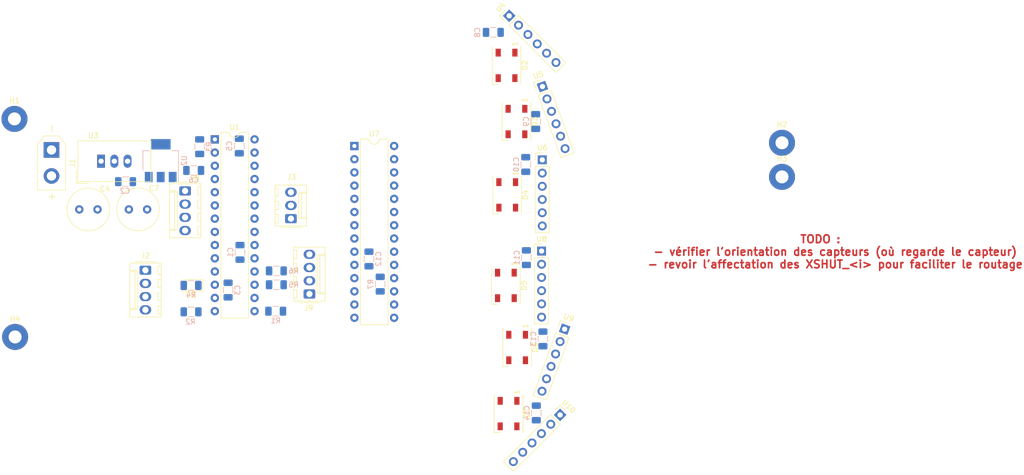
<source format=kicad_pcb>
(kicad_pcb (version 20171130) (host pcbnew 5.1.2-f72e74a~84~ubuntu18.04.1)

  (general
    (thickness 1.6)
    (drawings 1)
    (tracks 0)
    (zones 0)
    (modules 47)
    (nets 62)
  )

  (page A4)
  (layers
    (0 F.Cu signal)
    (31 B.Cu signal)
    (32 B.Adhes user)
    (33 F.Adhes user)
    (34 B.Paste user)
    (35 F.Paste user)
    (36 B.SilkS user)
    (37 F.SilkS user)
    (38 B.Mask user)
    (39 F.Mask user)
    (40 Dwgs.User user)
    (41 Cmts.User user)
    (42 Eco1.User user)
    (43 Eco2.User user)
    (44 Edge.Cuts user)
    (45 Margin user)
    (46 B.CrtYd user)
    (47 F.CrtYd user)
    (48 B.Fab user hide)
    (49 F.Fab user hide)
  )

  (setup
    (last_trace_width 0.25)
    (user_trace_width 0.5)
    (user_trace_width 0.75)
    (user_trace_width 1)
    (user_trace_width 1.5)
    (user_trace_width 2)
    (user_trace_width 2.5)
    (user_trace_width 3)
    (trace_clearance 0.2)
    (zone_clearance 0.508)
    (zone_45_only no)
    (trace_min 0.2)
    (via_size 0.8)
    (via_drill 0.4)
    (via_min_size 0.4)
    (via_min_drill 0.3)
    (user_via 1.2 0.6)
    (uvia_size 0.3)
    (uvia_drill 0.1)
    (uvias_allowed no)
    (uvia_min_size 0.2)
    (uvia_min_drill 0.1)
    (edge_width 0.05)
    (segment_width 0.2)
    (pcb_text_width 0.3)
    (pcb_text_size 1.5 1.5)
    (mod_edge_width 0.12)
    (mod_text_size 1 1)
    (mod_text_width 0.15)
    (pad_size 1.25 1.75)
    (pad_drill 0)
    (pad_to_mask_clearance 0.051)
    (solder_mask_min_width 0.25)
    (aux_axis_origin 0 0)
    (visible_elements FFFFFF7F)
    (pcbplotparams
      (layerselection 0x010fc_ffffffff)
      (usegerberextensions false)
      (usegerberattributes false)
      (usegerberadvancedattributes false)
      (creategerberjobfile false)
      (excludeedgelayer true)
      (linewidth 0.100000)
      (plotframeref false)
      (viasonmask false)
      (mode 1)
      (useauxorigin false)
      (hpglpennumber 1)
      (hpglpenspeed 20)
      (hpglpendiameter 15.000000)
      (psnegative false)
      (psa4output false)
      (plotreference true)
      (plotvalue true)
      (plotinvisibletext false)
      (padsonsilk false)
      (subtractmaskfromsilk false)
      (outputformat 1)
      (mirror false)
      (drillshape 0)
      (scaleselection 1)
      (outputdirectory "gerber/"))
  )

  (net 0 "")
  (net 1 "Net-(C1-Pad1)")
  (net 2 GND)
  (net 3 /3.3V_dsPIC)
  (net 4 /VBAT)
  (net 5 +5V)
  (net 6 "Net-(D1-Pad2)")
  (net 7 /dsPIC_MCLR)
  (net 8 "Net-(R4-Pad2)")
  (net 9 "Net-(U1-Pad9)")
  (net 10 "Net-(U1-Pad10)")
  (net 11 "Net-(U1-Pad11)")
  (net 12 "Net-(D2-Pad2)")
  (net 13 "Net-(D3-Pad2)")
  (net 14 "Net-(D4-Pad2)")
  (net 15 "Net-(D5-Pad2)")
  (net 16 "Net-(D6-Pad2)")
  (net 17 "Net-(D7-Pad2)")
  (net 18 "Net-(R7-Pad2)")
  (net 19 /ws2812b_data)
  (net 20 /I2C_master_SDA)
  (net 21 /I2C_master_SCL)
  (net 22 /UARTdbg_Tx)
  (net 23 /UARTdbg_Rx)
  (net 24 /dsPIC_PGED)
  (net 25 /dsPIC_PGEC)
  (net 26 /I2C_slave_SCL)
  (net 27 /I2C_slave_SDA)
  (net 28 "Net-(U1-Pad26)")
  (net 29 "Net-(U1-Pad25)")
  (net 30 "Net-(U1-Pad24)")
  (net 31 "Net-(U1-Pad7)")
  (net 32 "Net-(U1-Pad6)")
  (net 33 "Net-(U1-Pad3)")
  (net 34 "Net-(U1-Pad16)")
  (net 35 "Net-(U1-Pad2)")
  (net 36 "Net-(U4-Pad5)")
  (net 37 /XSHUT_1)
  (net 38 /XSHUT_2)
  (net 39 "Net-(U5-Pad5)")
  (net 40 /XSHUT_3)
  (net 41 "Net-(U6-Pad5)")
  (net 42 /XSHUT_9)
  (net 43 /XSHUT_10)
  (net 44 /XSHUT_11)
  (net 45 /XSHUT_12)
  (net 46 /XSHUT_13)
  (net 47 "Net-(U7-Pad19)")
  (net 48 /XSHUT_14)
  (net 49 "Net-(U7-Pad20)")
  (net 50 /XSHUT_15)
  (net 51 /XSHUT_16)
  (net 52 /XSHUT_4)
  (net 53 "Net-(U7-Pad11)")
  (net 54 /XSHUT_5)
  (net 55 /XSHUT_6)
  (net 56 /XSHUT_7)
  (net 57 "Net-(U7-Pad14)")
  (net 58 /XSHUT_8)
  (net 59 "Net-(U8-Pad5)")
  (net 60 "Net-(U9-Pad5)")
  (net 61 "Net-(U10-Pad5)")

  (net_class Default "This is the default net class."
    (clearance 0.2)
    (trace_width 0.25)
    (via_dia 0.8)
    (via_drill 0.4)
    (uvia_dia 0.3)
    (uvia_drill 0.1)
    (add_net +5V)
    (add_net /3.3V_dsPIC)
    (add_net /I2C_master_SCL)
    (add_net /I2C_master_SDA)
    (add_net /I2C_slave_SCL)
    (add_net /I2C_slave_SDA)
    (add_net /UARTdbg_Rx)
    (add_net /UARTdbg_Tx)
    (add_net /VBAT)
    (add_net /XSHUT_1)
    (add_net /XSHUT_10)
    (add_net /XSHUT_11)
    (add_net /XSHUT_12)
    (add_net /XSHUT_13)
    (add_net /XSHUT_14)
    (add_net /XSHUT_15)
    (add_net /XSHUT_16)
    (add_net /XSHUT_2)
    (add_net /XSHUT_3)
    (add_net /XSHUT_4)
    (add_net /XSHUT_5)
    (add_net /XSHUT_6)
    (add_net /XSHUT_7)
    (add_net /XSHUT_8)
    (add_net /XSHUT_9)
    (add_net /dsPIC_MCLR)
    (add_net /dsPIC_PGEC)
    (add_net /dsPIC_PGED)
    (add_net /ws2812b_data)
    (add_net GND)
    (add_net "Net-(C1-Pad1)")
    (add_net "Net-(D1-Pad2)")
    (add_net "Net-(D2-Pad2)")
    (add_net "Net-(D3-Pad2)")
    (add_net "Net-(D4-Pad2)")
    (add_net "Net-(D5-Pad2)")
    (add_net "Net-(D6-Pad2)")
    (add_net "Net-(D7-Pad2)")
    (add_net "Net-(R4-Pad2)")
    (add_net "Net-(R7-Pad2)")
    (add_net "Net-(U1-Pad10)")
    (add_net "Net-(U1-Pad11)")
    (add_net "Net-(U1-Pad16)")
    (add_net "Net-(U1-Pad2)")
    (add_net "Net-(U1-Pad24)")
    (add_net "Net-(U1-Pad25)")
    (add_net "Net-(U1-Pad26)")
    (add_net "Net-(U1-Pad3)")
    (add_net "Net-(U1-Pad6)")
    (add_net "Net-(U1-Pad7)")
    (add_net "Net-(U1-Pad9)")
    (add_net "Net-(U10-Pad5)")
    (add_net "Net-(U4-Pad5)")
    (add_net "Net-(U5-Pad5)")
    (add_net "Net-(U6-Pad5)")
    (add_net "Net-(U7-Pad11)")
    (add_net "Net-(U7-Pad14)")
    (add_net "Net-(U7-Pad19)")
    (add_net "Net-(U7-Pad20)")
    (add_net "Net-(U8-Pad5)")
    (add_net "Net-(U9-Pad5)")
  )

  (module Capacitor_SMD:C_1206_3216Metric (layer B.Cu) (tedit 5B301BBE) (tstamp 5FE90F59)
    (at 111.506 119.253 270)
    (descr "Capacitor SMD 1206 (3216 Metric), square (rectangular) end terminal, IPC_7351 nominal, (Body size source: http://www.tortai-tech.com/upload/download/2011102023233369053.pdf), generated with kicad-footprint-generator")
    (tags capacitor)
    (path /5D457B34)
    (attr smd)
    (fp_text reference C1 (at 0 1.82 90) (layer B.SilkS)
      (effects (font (size 1 1) (thickness 0.15)) (justify mirror))
    )
    (fp_text value 10u (at 0 -1.82 90) (layer B.Fab)
      (effects (font (size 1 1) (thickness 0.15)) (justify mirror))
    )
    (fp_line (start -1.6 -0.8) (end -1.6 0.8) (layer B.Fab) (width 0.1))
    (fp_line (start -1.6 0.8) (end 1.6 0.8) (layer B.Fab) (width 0.1))
    (fp_line (start 1.6 0.8) (end 1.6 -0.8) (layer B.Fab) (width 0.1))
    (fp_line (start 1.6 -0.8) (end -1.6 -0.8) (layer B.Fab) (width 0.1))
    (fp_line (start -0.602064 0.91) (end 0.602064 0.91) (layer B.SilkS) (width 0.12))
    (fp_line (start -0.602064 -0.91) (end 0.602064 -0.91) (layer B.SilkS) (width 0.12))
    (fp_line (start -2.28 -1.12) (end -2.28 1.12) (layer B.CrtYd) (width 0.05))
    (fp_line (start -2.28 1.12) (end 2.28 1.12) (layer B.CrtYd) (width 0.05))
    (fp_line (start 2.28 1.12) (end 2.28 -1.12) (layer B.CrtYd) (width 0.05))
    (fp_line (start 2.28 -1.12) (end -2.28 -1.12) (layer B.CrtYd) (width 0.05))
    (fp_text user %R (at 0 0 90) (layer B.Fab)
      (effects (font (size 0.8 0.8) (thickness 0.12)) (justify mirror))
    )
    (pad 1 smd roundrect (at -1.4 0 270) (size 1.25 1.75) (layers B.Cu B.Paste B.Mask) (roundrect_rratio 0.2)
      (net 1 "Net-(C1-Pad1)"))
    (pad 2 smd roundrect (at 1.4 0 270) (size 1.25 1.75) (layers B.Cu B.Paste B.Mask) (roundrect_rratio 0.2)
      (net 2 GND))
    (model ${KISYS3DMOD}/Capacitor_SMD.3dshapes/C_1206_3216Metric.wrl
      (at (xyz 0 0 0))
      (scale (xyz 1 1 1))
      (rotate (xyz 0 0 0))
    )
  )

  (module Capacitor_SMD:C_1206_3216Metric (layer B.Cu) (tedit 5B301BBE) (tstamp 5FE90F6A)
    (at 89.532 105.664 180)
    (descr "Capacitor SMD 1206 (3216 Metric), square (rectangular) end terminal, IPC_7351 nominal, (Body size source: http://www.tortai-tech.com/upload/download/2011102023233369053.pdf), generated with kicad-footprint-generator")
    (tags capacitor)
    (path /5FBB57CA)
    (attr smd)
    (fp_text reference C2 (at 0.127 -1.778) (layer B.SilkS)
      (effects (font (size 1 1) (thickness 0.15)) (justify mirror))
    )
    (fp_text value 1u (at 0 -1.82) (layer B.Fab)
      (effects (font (size 1 1) (thickness 0.15)) (justify mirror))
    )
    (fp_text user %R (at 0 0) (layer B.Fab)
      (effects (font (size 0.8 0.8) (thickness 0.12)) (justify mirror))
    )
    (fp_line (start 2.28 -1.12) (end -2.28 -1.12) (layer B.CrtYd) (width 0.05))
    (fp_line (start 2.28 1.12) (end 2.28 -1.12) (layer B.CrtYd) (width 0.05))
    (fp_line (start -2.28 1.12) (end 2.28 1.12) (layer B.CrtYd) (width 0.05))
    (fp_line (start -2.28 -1.12) (end -2.28 1.12) (layer B.CrtYd) (width 0.05))
    (fp_line (start -0.602064 -0.91) (end 0.602064 -0.91) (layer B.SilkS) (width 0.12))
    (fp_line (start -0.602064 0.91) (end 0.602064 0.91) (layer B.SilkS) (width 0.12))
    (fp_line (start 1.6 -0.8) (end -1.6 -0.8) (layer B.Fab) (width 0.1))
    (fp_line (start 1.6 0.8) (end 1.6 -0.8) (layer B.Fab) (width 0.1))
    (fp_line (start -1.6 0.8) (end 1.6 0.8) (layer B.Fab) (width 0.1))
    (fp_line (start -1.6 -0.8) (end -1.6 0.8) (layer B.Fab) (width 0.1))
    (pad 2 smd roundrect (at 1.4 0 180) (size 1.25 1.75) (layers B.Cu B.Paste B.Mask) (roundrect_rratio 0.2)
      (net 2 GND))
    (pad 1 smd roundrect (at -1.4 0 180) (size 1.25 1.75) (layers B.Cu B.Paste B.Mask) (roundrect_rratio 0.2)
      (net 5 +5V))
    (model ${KISYS3DMOD}/Capacitor_SMD.3dshapes/C_1206_3216Metric.wrl
      (at (xyz 0 0 0))
      (scale (xyz 1 1 1))
      (rotate (xyz 0 0 0))
    )
  )

  (module Capacitor_SMD:C_1206_3216Metric (layer B.Cu) (tedit 5B301BBE) (tstamp 5FE90F7B)
    (at 109.22 126.492 90)
    (descr "Capacitor SMD 1206 (3216 Metric), square (rectangular) end terminal, IPC_7351 nominal, (Body size source: http://www.tortai-tech.com/upload/download/2011102023233369053.pdf), generated with kicad-footprint-generator")
    (tags capacitor)
    (path /5D457AF9)
    (attr smd)
    (fp_text reference C3 (at 0 1.82 90) (layer B.SilkS)
      (effects (font (size 1 1) (thickness 0.15)) (justify mirror))
    )
    (fp_text value 100n (at 0 -1.82 90) (layer B.Fab)
      (effects (font (size 1 1) (thickness 0.15)) (justify mirror))
    )
    (fp_text user %R (at 0 0 90) (layer B.Fab)
      (effects (font (size 0.8 0.8) (thickness 0.12)) (justify mirror))
    )
    (fp_line (start 2.28 -1.12) (end -2.28 -1.12) (layer B.CrtYd) (width 0.05))
    (fp_line (start 2.28 1.12) (end 2.28 -1.12) (layer B.CrtYd) (width 0.05))
    (fp_line (start -2.28 1.12) (end 2.28 1.12) (layer B.CrtYd) (width 0.05))
    (fp_line (start -2.28 -1.12) (end -2.28 1.12) (layer B.CrtYd) (width 0.05))
    (fp_line (start -0.602064 -0.91) (end 0.602064 -0.91) (layer B.SilkS) (width 0.12))
    (fp_line (start -0.602064 0.91) (end 0.602064 0.91) (layer B.SilkS) (width 0.12))
    (fp_line (start 1.6 -0.8) (end -1.6 -0.8) (layer B.Fab) (width 0.1))
    (fp_line (start 1.6 0.8) (end 1.6 -0.8) (layer B.Fab) (width 0.1))
    (fp_line (start -1.6 0.8) (end 1.6 0.8) (layer B.Fab) (width 0.1))
    (fp_line (start -1.6 -0.8) (end -1.6 0.8) (layer B.Fab) (width 0.1))
    (pad 2 smd roundrect (at 1.4 0 90) (size 1.25 1.75) (layers B.Cu B.Paste B.Mask) (roundrect_rratio 0.2)
      (net 2 GND))
    (pad 1 smd roundrect (at -1.4 0 90) (size 1.25 1.75) (layers B.Cu B.Paste B.Mask) (roundrect_rratio 0.2)
      (net 3 /3.3V_dsPIC))
    (model ${KISYS3DMOD}/Capacitor_SMD.3dshapes/C_1206_3216Metric.wrl
      (at (xyz 0 0 0))
      (scale (xyz 1 1 1))
      (rotate (xyz 0 0 0))
    )
  )

  (module Capacitor_THT:C_Radial_D8.0mm_H11.5mm_P3.50mm (layer F.Cu) (tedit 5BC5C9BA) (tstamp 5FE90F85)
    (at 80.645 110.998)
    (descr "C, Radial series, Radial, pin pitch=3.50mm, diameter=8mm, height=11.5mm, Non-Polar Electrolytic Capacitor")
    (tags "C Radial series Radial pin pitch 3.50mm diameter 8mm height 11.5mm Non-Polar Electrolytic Capacitor")
    (path /5FBB57BD)
    (fp_text reference C4 (at 4.953 -3.937) (layer F.SilkS)
      (effects (font (size 1 1) (thickness 0.15)))
    )
    (fp_text value 220u (at 1.75 5.25) (layer F.Fab)
      (effects (font (size 1 1) (thickness 0.15)))
    )
    (fp_circle (center 1.75 0) (end 5.75 0) (layer F.Fab) (width 0.1))
    (fp_circle (center 1.75 0) (end 5.87 0) (layer F.SilkS) (width 0.12))
    (fp_circle (center 1.75 0) (end 6 0) (layer F.CrtYd) (width 0.05))
    (fp_text user %R (at 1.75 0) (layer F.Fab)
      (effects (font (size 1 1) (thickness 0.15)))
    )
    (pad 1 thru_hole circle (at 0 0) (size 1.6 1.6) (drill 0.8) (layers *.Cu *.Mask)
      (net 4 /VBAT))
    (pad 2 thru_hole circle (at 3.5 0) (size 1.6 1.6) (drill 0.8) (layers *.Cu *.Mask)
      (net 2 GND))
    (model ${KISYS3DMOD}/Capacitor_THT.3dshapes/C_Radial_D8.0mm_H11.5mm_P3.50mm.wrl
      (at (xyz 0 0 0))
      (scale (xyz 1 1 1))
      (rotate (xyz 0 0 0))
    )
  )

  (module Capacitor_SMD:C_1206_3216Metric (layer B.Cu) (tedit 5B301BBE) (tstamp 5FE90F96)
    (at 111.379 98.806 90)
    (descr "Capacitor SMD 1206 (3216 Metric), square (rectangular) end terminal, IPC_7351 nominal, (Body size source: http://www.tortai-tech.com/upload/download/2011102023233369053.pdf), generated with kicad-footprint-generator")
    (tags capacitor)
    (path /5D457B0B)
    (attr smd)
    (fp_text reference C5 (at 0 -1.905 270) (layer B.SilkS)
      (effects (font (size 1 1) (thickness 0.15)) (justify mirror))
    )
    (fp_text value 100n (at 0 -1.82 90) (layer B.Fab)
      (effects (font (size 1 1) (thickness 0.15)) (justify mirror))
    )
    (fp_text user %R (at 0 0 90) (layer B.Fab)
      (effects (font (size 0.8 0.8) (thickness 0.12)) (justify mirror))
    )
    (fp_line (start 2.28 -1.12) (end -2.28 -1.12) (layer B.CrtYd) (width 0.05))
    (fp_line (start 2.28 1.12) (end 2.28 -1.12) (layer B.CrtYd) (width 0.05))
    (fp_line (start -2.28 1.12) (end 2.28 1.12) (layer B.CrtYd) (width 0.05))
    (fp_line (start -2.28 -1.12) (end -2.28 1.12) (layer B.CrtYd) (width 0.05))
    (fp_line (start -0.602064 -0.91) (end 0.602064 -0.91) (layer B.SilkS) (width 0.12))
    (fp_line (start -0.602064 0.91) (end 0.602064 0.91) (layer B.SilkS) (width 0.12))
    (fp_line (start 1.6 -0.8) (end -1.6 -0.8) (layer B.Fab) (width 0.1))
    (fp_line (start 1.6 0.8) (end 1.6 -0.8) (layer B.Fab) (width 0.1))
    (fp_line (start -1.6 0.8) (end 1.6 0.8) (layer B.Fab) (width 0.1))
    (fp_line (start -1.6 -0.8) (end -1.6 0.8) (layer B.Fab) (width 0.1))
    (pad 2 smd roundrect (at 1.4 0 90) (size 1.25 1.75) (layers B.Cu B.Paste B.Mask) (roundrect_rratio 0.2)
      (net 3 /3.3V_dsPIC))
    (pad 1 smd roundrect (at -1.4 0 90) (size 1.25 1.75) (layers B.Cu B.Paste B.Mask) (roundrect_rratio 0.2)
      (net 2 GND))
    (model ${KISYS3DMOD}/Capacitor_SMD.3dshapes/C_1206_3216Metric.wrl
      (at (xyz 0 0 0))
      (scale (xyz 1 1 1))
      (rotate (xyz 0 0 0))
    )
  )

  (module Capacitor_SMD:C_1206_3216Metric (layer B.Cu) (tedit 5B301BBE) (tstamp 5FE90FA7)
    (at 102.616 103.505)
    (descr "Capacitor SMD 1206 (3216 Metric), square (rectangular) end terminal, IPC_7351 nominal, (Body size source: http://www.tortai-tech.com/upload/download/2011102023233369053.pdf), generated with kicad-footprint-generator")
    (tags capacitor)
    (path /5FBB57D6)
    (attr smd)
    (fp_text reference C6 (at 0 1.82) (layer B.SilkS)
      (effects (font (size 1 1) (thickness 0.15)) (justify mirror))
    )
    (fp_text value 1u (at 0 -1.82) (layer B.Fab)
      (effects (font (size 1 1) (thickness 0.15)) (justify mirror))
    )
    (fp_line (start -1.6 -0.8) (end -1.6 0.8) (layer B.Fab) (width 0.1))
    (fp_line (start -1.6 0.8) (end 1.6 0.8) (layer B.Fab) (width 0.1))
    (fp_line (start 1.6 0.8) (end 1.6 -0.8) (layer B.Fab) (width 0.1))
    (fp_line (start 1.6 -0.8) (end -1.6 -0.8) (layer B.Fab) (width 0.1))
    (fp_line (start -0.602064 0.91) (end 0.602064 0.91) (layer B.SilkS) (width 0.12))
    (fp_line (start -0.602064 -0.91) (end 0.602064 -0.91) (layer B.SilkS) (width 0.12))
    (fp_line (start -2.28 -1.12) (end -2.28 1.12) (layer B.CrtYd) (width 0.05))
    (fp_line (start -2.28 1.12) (end 2.28 1.12) (layer B.CrtYd) (width 0.05))
    (fp_line (start 2.28 1.12) (end 2.28 -1.12) (layer B.CrtYd) (width 0.05))
    (fp_line (start 2.28 -1.12) (end -2.28 -1.12) (layer B.CrtYd) (width 0.05))
    (fp_text user %R (at 0 0) (layer B.Fab)
      (effects (font (size 0.8 0.8) (thickness 0.12)) (justify mirror))
    )
    (pad 1 smd roundrect (at -1.4 0) (size 1.25 1.75) (layers B.Cu B.Paste B.Mask) (roundrect_rratio 0.2)
      (net 3 /3.3V_dsPIC))
    (pad 2 smd roundrect (at 1.4 0) (size 1.25 1.75) (layers B.Cu B.Paste B.Mask) (roundrect_rratio 0.2)
      (net 2 GND))
    (model ${KISYS3DMOD}/Capacitor_SMD.3dshapes/C_1206_3216Metric.wrl
      (at (xyz 0 0 0))
      (scale (xyz 1 1 1))
      (rotate (xyz 0 0 0))
    )
  )

  (module Capacitor_THT:C_Radial_D8.0mm_H11.5mm_P3.50mm (layer F.Cu) (tedit 5BC5C9BA) (tstamp 5FE90FB1)
    (at 93.67 110.998 180)
    (descr "C, Radial series, Radial, pin pitch=3.50mm, diameter=8mm, height=11.5mm, Non-Polar Electrolytic Capacitor")
    (tags "C Radial series Radial pin pitch 3.50mm diameter 8mm height 11.5mm Non-Polar Electrolytic Capacitor")
    (path /5FBB57A4)
    (fp_text reference C7 (at -1.326 4.064) (layer F.SilkS)
      (effects (font (size 1 1) (thickness 0.15)))
    )
    (fp_text value 220u (at 1.75 5.25) (layer F.Fab)
      (effects (font (size 1 1) (thickness 0.15)))
    )
    (fp_text user %R (at 1.75 0) (layer F.Fab)
      (effects (font (size 1 1) (thickness 0.15)))
    )
    (fp_circle (center 1.75 0) (end 6 0) (layer F.CrtYd) (width 0.05))
    (fp_circle (center 1.75 0) (end 5.87 0) (layer F.SilkS) (width 0.12))
    (fp_circle (center 1.75 0) (end 5.75 0) (layer F.Fab) (width 0.1))
    (pad 2 thru_hole circle (at 3.5 0 180) (size 1.6 1.6) (drill 0.8) (layers *.Cu *.Mask)
      (net 2 GND))
    (pad 1 thru_hole circle (at 0 0 180) (size 1.6 1.6) (drill 0.8) (layers *.Cu *.Mask)
      (net 5 +5V))
    (model ${KISYS3DMOD}/Capacitor_THT.3dshapes/C_Radial_D8.0mm_H11.5mm_P3.50mm.wrl
      (at (xyz 0 0 0))
      (scale (xyz 1 1 1))
      (rotate (xyz 0 0 0))
    )
  )

  (module Capacitor_SMD:C_1206_3216Metric (layer B.Cu) (tedit 5B301BBE) (tstamp 5FE90FC2)
    (at 160.147 76.962 180)
    (descr "Capacitor SMD 1206 (3216 Metric), square (rectangular) end terminal, IPC_7351 nominal, (Body size source: http://www.tortai-tech.com/upload/download/2011102023233369053.pdf), generated with kicad-footprint-generator")
    (tags capacitor)
    (path /5FB4C9DE)
    (attr smd)
    (fp_text reference C8 (at 3.048 0 270) (layer B.SilkS)
      (effects (font (size 1 1) (thickness 0.15)) (justify mirror))
    )
    (fp_text value 100n (at 0 -1.82) (layer B.Fab)
      (effects (font (size 1 1) (thickness 0.15)) (justify mirror))
    )
    (fp_text user %R (at 0 0) (layer B.Fab)
      (effects (font (size 0.8 0.8) (thickness 0.12)) (justify mirror))
    )
    (fp_line (start 2.28 -1.12) (end -2.28 -1.12) (layer B.CrtYd) (width 0.05))
    (fp_line (start 2.28 1.12) (end 2.28 -1.12) (layer B.CrtYd) (width 0.05))
    (fp_line (start -2.28 1.12) (end 2.28 1.12) (layer B.CrtYd) (width 0.05))
    (fp_line (start -2.28 -1.12) (end -2.28 1.12) (layer B.CrtYd) (width 0.05))
    (fp_line (start -0.602064 -0.91) (end 0.602064 -0.91) (layer B.SilkS) (width 0.12))
    (fp_line (start -0.602064 0.91) (end 0.602064 0.91) (layer B.SilkS) (width 0.12))
    (fp_line (start 1.6 -0.8) (end -1.6 -0.8) (layer B.Fab) (width 0.1))
    (fp_line (start 1.6 0.8) (end 1.6 -0.8) (layer B.Fab) (width 0.1))
    (fp_line (start -1.6 0.8) (end 1.6 0.8) (layer B.Fab) (width 0.1))
    (fp_line (start -1.6 -0.8) (end -1.6 0.8) (layer B.Fab) (width 0.1))
    (pad 2 smd roundrect (at 1.4 0 180) (size 1.25 1.75) (layers B.Cu B.Paste B.Mask) (roundrect_rratio 0.2)
      (net 2 GND))
    (pad 1 smd roundrect (at -1.4 0 180) (size 1.25 1.75) (layers B.Cu B.Paste B.Mask) (roundrect_rratio 0.2)
      (net 5 +5V))
    (model ${KISYS3DMOD}/Capacitor_SMD.3dshapes/C_1206_3216Metric.wrl
      (at (xyz 0 0 0))
      (scale (xyz 1 1 1))
      (rotate (xyz 0 0 0))
    )
  )

  (module Capacitor_SMD:C_1206_3216Metric (layer B.Cu) (tedit 5B301BBE) (tstamp 5FE90FD3)
    (at 168.275 94.104 270)
    (descr "Capacitor SMD 1206 (3216 Metric), square (rectangular) end terminal, IPC_7351 nominal, (Body size source: http://www.tortai-tech.com/upload/download/2011102023233369053.pdf), generated with kicad-footprint-generator")
    (tags capacitor)
    (path /5FFD751E)
    (attr smd)
    (fp_text reference C9 (at 0 1.82 90) (layer B.SilkS)
      (effects (font (size 1 1) (thickness 0.15)) (justify mirror))
    )
    (fp_text value 100n (at 0 -1.82 90) (layer B.Fab)
      (effects (font (size 1 1) (thickness 0.15)) (justify mirror))
    )
    (fp_text user %R (at 0 0 90) (layer B.Fab)
      (effects (font (size 0.8 0.8) (thickness 0.12)) (justify mirror))
    )
    (fp_line (start 2.28 -1.12) (end -2.28 -1.12) (layer B.CrtYd) (width 0.05))
    (fp_line (start 2.28 1.12) (end 2.28 -1.12) (layer B.CrtYd) (width 0.05))
    (fp_line (start -2.28 1.12) (end 2.28 1.12) (layer B.CrtYd) (width 0.05))
    (fp_line (start -2.28 -1.12) (end -2.28 1.12) (layer B.CrtYd) (width 0.05))
    (fp_line (start -0.602064 -0.91) (end 0.602064 -0.91) (layer B.SilkS) (width 0.12))
    (fp_line (start -0.602064 0.91) (end 0.602064 0.91) (layer B.SilkS) (width 0.12))
    (fp_line (start 1.6 -0.8) (end -1.6 -0.8) (layer B.Fab) (width 0.1))
    (fp_line (start 1.6 0.8) (end 1.6 -0.8) (layer B.Fab) (width 0.1))
    (fp_line (start -1.6 0.8) (end 1.6 0.8) (layer B.Fab) (width 0.1))
    (fp_line (start -1.6 -0.8) (end -1.6 0.8) (layer B.Fab) (width 0.1))
    (pad 2 smd roundrect (at 1.4 0 270) (size 1.25 1.75) (layers B.Cu B.Paste B.Mask) (roundrect_rratio 0.2)
      (net 2 GND))
    (pad 1 smd roundrect (at -1.4 0 270) (size 1.25 1.75) (layers B.Cu B.Paste B.Mask) (roundrect_rratio 0.2)
      (net 5 +5V))
    (model ${KISYS3DMOD}/Capacitor_SMD.3dshapes/C_1206_3216Metric.wrl
      (at (xyz 0 0 0))
      (scale (xyz 1 1 1))
      (rotate (xyz 0 0 0))
    )
  )

  (module Capacitor_SMD:C_1206_3216Metric (layer B.Cu) (tedit 5B301BBE) (tstamp 5FE90FE4)
    (at 166.37 102.362 270)
    (descr "Capacitor SMD 1206 (3216 Metric), square (rectangular) end terminal, IPC_7351 nominal, (Body size source: http://www.tortai-tech.com/upload/download/2011102023233369053.pdf), generated with kicad-footprint-generator")
    (tags capacitor)
    (path /60036577)
    (attr smd)
    (fp_text reference C10 (at 0 1.82 90) (layer B.SilkS)
      (effects (font (size 1 1) (thickness 0.15)) (justify mirror))
    )
    (fp_text value 100n (at 0 -1.82 90) (layer B.Fab)
      (effects (font (size 1 1) (thickness 0.15)) (justify mirror))
    )
    (fp_line (start -1.6 -0.8) (end -1.6 0.8) (layer B.Fab) (width 0.1))
    (fp_line (start -1.6 0.8) (end 1.6 0.8) (layer B.Fab) (width 0.1))
    (fp_line (start 1.6 0.8) (end 1.6 -0.8) (layer B.Fab) (width 0.1))
    (fp_line (start 1.6 -0.8) (end -1.6 -0.8) (layer B.Fab) (width 0.1))
    (fp_line (start -0.602064 0.91) (end 0.602064 0.91) (layer B.SilkS) (width 0.12))
    (fp_line (start -0.602064 -0.91) (end 0.602064 -0.91) (layer B.SilkS) (width 0.12))
    (fp_line (start -2.28 -1.12) (end -2.28 1.12) (layer B.CrtYd) (width 0.05))
    (fp_line (start -2.28 1.12) (end 2.28 1.12) (layer B.CrtYd) (width 0.05))
    (fp_line (start 2.28 1.12) (end 2.28 -1.12) (layer B.CrtYd) (width 0.05))
    (fp_line (start 2.28 -1.12) (end -2.28 -1.12) (layer B.CrtYd) (width 0.05))
    (fp_text user %R (at 0 0 90) (layer B.Fab)
      (effects (font (size 0.8 0.8) (thickness 0.12)) (justify mirror))
    )
    (pad 1 smd roundrect (at -1.4 0 270) (size 1.25 1.75) (layers B.Cu B.Paste B.Mask) (roundrect_rratio 0.2)
      (net 5 +5V))
    (pad 2 smd roundrect (at 1.4 0 270) (size 1.25 1.75) (layers B.Cu B.Paste B.Mask) (roundrect_rratio 0.2)
      (net 2 GND))
    (model ${KISYS3DMOD}/Capacitor_SMD.3dshapes/C_1206_3216Metric.wrl
      (at (xyz 0 0 0))
      (scale (xyz 1 1 1))
      (rotate (xyz 0 0 0))
    )
  )

  (module Capacitor_SMD:C_1206_3216Metric (layer B.Cu) (tedit 5B301BBE) (tstamp 5FE90FF5)
    (at 166.497 120.269 270)
    (descr "Capacitor SMD 1206 (3216 Metric), square (rectangular) end terminal, IPC_7351 nominal, (Body size source: http://www.tortai-tech.com/upload/download/2011102023233369053.pdf), generated with kicad-footprint-generator")
    (tags capacitor)
    (path /6003E713)
    (attr smd)
    (fp_text reference C11 (at 0 1.82 90) (layer B.SilkS)
      (effects (font (size 1 1) (thickness 0.15)) (justify mirror))
    )
    (fp_text value 100n (at 0 -1.82 90) (layer B.Fab)
      (effects (font (size 1 1) (thickness 0.15)) (justify mirror))
    )
    (fp_text user %R (at 0 0 90) (layer B.Fab)
      (effects (font (size 0.8 0.8) (thickness 0.12)) (justify mirror))
    )
    (fp_line (start 2.28 -1.12) (end -2.28 -1.12) (layer B.CrtYd) (width 0.05))
    (fp_line (start 2.28 1.12) (end 2.28 -1.12) (layer B.CrtYd) (width 0.05))
    (fp_line (start -2.28 1.12) (end 2.28 1.12) (layer B.CrtYd) (width 0.05))
    (fp_line (start -2.28 -1.12) (end -2.28 1.12) (layer B.CrtYd) (width 0.05))
    (fp_line (start -0.602064 -0.91) (end 0.602064 -0.91) (layer B.SilkS) (width 0.12))
    (fp_line (start -0.602064 0.91) (end 0.602064 0.91) (layer B.SilkS) (width 0.12))
    (fp_line (start 1.6 -0.8) (end -1.6 -0.8) (layer B.Fab) (width 0.1))
    (fp_line (start 1.6 0.8) (end 1.6 -0.8) (layer B.Fab) (width 0.1))
    (fp_line (start -1.6 0.8) (end 1.6 0.8) (layer B.Fab) (width 0.1))
    (fp_line (start -1.6 -0.8) (end -1.6 0.8) (layer B.Fab) (width 0.1))
    (pad 2 smd roundrect (at 1.4 0 270) (size 1.25 1.75) (layers B.Cu B.Paste B.Mask) (roundrect_rratio 0.2)
      (net 2 GND))
    (pad 1 smd roundrect (at -1.4 0 270) (size 1.25 1.75) (layers B.Cu B.Paste B.Mask) (roundrect_rratio 0.2)
      (net 5 +5V))
    (model ${KISYS3DMOD}/Capacitor_SMD.3dshapes/C_1206_3216Metric.wrl
      (at (xyz 0 0 0))
      (scale (xyz 1 1 1))
      (rotate (xyz 0 0 0))
    )
  )

  (module Capacitor_SMD:C_1206_3216Metric (layer B.Cu) (tedit 5B301BBE) (tstamp 5FE91006)
    (at 136.271 120.523 90)
    (descr "Capacitor SMD 1206 (3216 Metric), square (rectangular) end terminal, IPC_7351 nominal, (Body size source: http://www.tortai-tech.com/upload/download/2011102023233369053.pdf), generated with kicad-footprint-generator")
    (tags capacitor)
    (path /5FBCCD91)
    (attr smd)
    (fp_text reference C12 (at 0 1.82 90) (layer B.SilkS)
      (effects (font (size 1 1) (thickness 0.15)) (justify mirror))
    )
    (fp_text value 100n (at 0 -1.82 90) (layer B.Fab)
      (effects (font (size 1 1) (thickness 0.15)) (justify mirror))
    )
    (fp_line (start -1.6 -0.8) (end -1.6 0.8) (layer B.Fab) (width 0.1))
    (fp_line (start -1.6 0.8) (end 1.6 0.8) (layer B.Fab) (width 0.1))
    (fp_line (start 1.6 0.8) (end 1.6 -0.8) (layer B.Fab) (width 0.1))
    (fp_line (start 1.6 -0.8) (end -1.6 -0.8) (layer B.Fab) (width 0.1))
    (fp_line (start -0.602064 0.91) (end 0.602064 0.91) (layer B.SilkS) (width 0.12))
    (fp_line (start -0.602064 -0.91) (end 0.602064 -0.91) (layer B.SilkS) (width 0.12))
    (fp_line (start -2.28 -1.12) (end -2.28 1.12) (layer B.CrtYd) (width 0.05))
    (fp_line (start -2.28 1.12) (end 2.28 1.12) (layer B.CrtYd) (width 0.05))
    (fp_line (start 2.28 1.12) (end 2.28 -1.12) (layer B.CrtYd) (width 0.05))
    (fp_line (start 2.28 -1.12) (end -2.28 -1.12) (layer B.CrtYd) (width 0.05))
    (fp_text user %R (at 0 0 90) (layer B.Fab)
      (effects (font (size 0.8 0.8) (thickness 0.12)) (justify mirror))
    )
    (pad 1 smd roundrect (at -1.4 0 90) (size 1.25 1.75) (layers B.Cu B.Paste B.Mask) (roundrect_rratio 0.2)
      (net 2 GND))
    (pad 2 smd roundrect (at 1.4 0 90) (size 1.25 1.75) (layers B.Cu B.Paste B.Mask) (roundrect_rratio 0.2)
      (net 5 +5V))
    (model ${KISYS3DMOD}/Capacitor_SMD.3dshapes/C_1206_3216Metric.wrl
      (at (xyz 0 0 0))
      (scale (xyz 1 1 1))
      (rotate (xyz 0 0 0))
    )
  )

  (module Capacitor_SMD:C_1206_3216Metric (layer B.Cu) (tedit 5B301BBE) (tstamp 5FE91017)
    (at 169.672 135.887 270)
    (descr "Capacitor SMD 1206 (3216 Metric), square (rectangular) end terminal, IPC_7351 nominal, (Body size source: http://www.tortai-tech.com/upload/download/2011102023233369053.pdf), generated with kicad-footprint-generator")
    (tags capacitor)
    (path /60048BA7)
    (attr smd)
    (fp_text reference C13 (at 0 1.82 90) (layer B.SilkS)
      (effects (font (size 1 1) (thickness 0.15)) (justify mirror))
    )
    (fp_text value 100n (at 0 -1.82 90) (layer B.Fab)
      (effects (font (size 1 1) (thickness 0.15)) (justify mirror))
    )
    (fp_line (start -1.6 -0.8) (end -1.6 0.8) (layer B.Fab) (width 0.1))
    (fp_line (start -1.6 0.8) (end 1.6 0.8) (layer B.Fab) (width 0.1))
    (fp_line (start 1.6 0.8) (end 1.6 -0.8) (layer B.Fab) (width 0.1))
    (fp_line (start 1.6 -0.8) (end -1.6 -0.8) (layer B.Fab) (width 0.1))
    (fp_line (start -0.602064 0.91) (end 0.602064 0.91) (layer B.SilkS) (width 0.12))
    (fp_line (start -0.602064 -0.91) (end 0.602064 -0.91) (layer B.SilkS) (width 0.12))
    (fp_line (start -2.28 -1.12) (end -2.28 1.12) (layer B.CrtYd) (width 0.05))
    (fp_line (start -2.28 1.12) (end 2.28 1.12) (layer B.CrtYd) (width 0.05))
    (fp_line (start 2.28 1.12) (end 2.28 -1.12) (layer B.CrtYd) (width 0.05))
    (fp_line (start 2.28 -1.12) (end -2.28 -1.12) (layer B.CrtYd) (width 0.05))
    (fp_text user %R (at 0 0 90) (layer B.Fab)
      (effects (font (size 0.8 0.8) (thickness 0.12)) (justify mirror))
    )
    (pad 1 smd roundrect (at -1.4 0 270) (size 1.25 1.75) (layers B.Cu B.Paste B.Mask) (roundrect_rratio 0.2)
      (net 5 +5V))
    (pad 2 smd roundrect (at 1.4 0 270) (size 1.25 1.75) (layers B.Cu B.Paste B.Mask) (roundrect_rratio 0.2)
      (net 2 GND))
    (model ${KISYS3DMOD}/Capacitor_SMD.3dshapes/C_1206_3216Metric.wrl
      (at (xyz 0 0 0))
      (scale (xyz 1 1 1))
      (rotate (xyz 0 0 0))
    )
  )

  (module Capacitor_SMD:C_1206_3216Metric (layer B.Cu) (tedit 5B301BBE) (tstamp 5FE91028)
    (at 168.402 150.114 270)
    (descr "Capacitor SMD 1206 (3216 Metric), square (rectangular) end terminal, IPC_7351 nominal, (Body size source: http://www.tortai-tech.com/upload/download/2011102023233369053.pdf), generated with kicad-footprint-generator")
    (tags capacitor)
    (path /6005278F)
    (attr smd)
    (fp_text reference C14 (at 0 1.82 90) (layer B.SilkS)
      (effects (font (size 1 1) (thickness 0.15)) (justify mirror))
    )
    (fp_text value 100n (at 0 -1.82 90) (layer B.Fab)
      (effects (font (size 1 1) (thickness 0.15)) (justify mirror))
    )
    (fp_line (start -1.6 -0.8) (end -1.6 0.8) (layer B.Fab) (width 0.1))
    (fp_line (start -1.6 0.8) (end 1.6 0.8) (layer B.Fab) (width 0.1))
    (fp_line (start 1.6 0.8) (end 1.6 -0.8) (layer B.Fab) (width 0.1))
    (fp_line (start 1.6 -0.8) (end -1.6 -0.8) (layer B.Fab) (width 0.1))
    (fp_line (start -0.602064 0.91) (end 0.602064 0.91) (layer B.SilkS) (width 0.12))
    (fp_line (start -0.602064 -0.91) (end 0.602064 -0.91) (layer B.SilkS) (width 0.12))
    (fp_line (start -2.28 -1.12) (end -2.28 1.12) (layer B.CrtYd) (width 0.05))
    (fp_line (start -2.28 1.12) (end 2.28 1.12) (layer B.CrtYd) (width 0.05))
    (fp_line (start 2.28 1.12) (end 2.28 -1.12) (layer B.CrtYd) (width 0.05))
    (fp_line (start 2.28 -1.12) (end -2.28 -1.12) (layer B.CrtYd) (width 0.05))
    (fp_text user %R (at 0 0 90) (layer B.Fab)
      (effects (font (size 0.8 0.8) (thickness 0.12)) (justify mirror))
    )
    (pad 1 smd roundrect (at -1.4 0 270) (size 1.25 1.75) (layers B.Cu B.Paste B.Mask) (roundrect_rratio 0.2)
      (net 5 +5V))
    (pad 2 smd roundrect (at 1.4 0 270) (size 1.25 1.75) (layers B.Cu B.Paste B.Mask) (roundrect_rratio 0.2)
      (net 2 GND))
    (model ${KISYS3DMOD}/Capacitor_SMD.3dshapes/C_1206_3216Metric.wrl
      (at (xyz 0 0 0))
      (scale (xyz 1 1 1))
      (rotate (xyz 0 0 0))
    )
  )

  (module LED_SMD:LED_1206_3216Metric (layer F.Cu) (tedit 5B301BBE) (tstamp 5FE9103B)
    (at 102.108 125.603 180)
    (descr "LED SMD 1206 (3216 Metric), square (rectangular) end terminal, IPC_7351 nominal, (Body size source: http://www.tortai-tech.com/upload/download/2011102023233369053.pdf), generated with kicad-footprint-generator")
    (tags diode)
    (path /5D457B4D)
    (attr smd)
    (fp_text reference D1 (at 0 -1.82) (layer F.SilkS)
      (effects (font (size 1 1) (thickness 0.15)))
    )
    (fp_text value LED (at 0 1.82) (layer F.Fab)
      (effects (font (size 1 1) (thickness 0.15)))
    )
    (fp_line (start 1.6 -0.8) (end -1.2 -0.8) (layer F.Fab) (width 0.1))
    (fp_line (start -1.2 -0.8) (end -1.6 -0.4) (layer F.Fab) (width 0.1))
    (fp_line (start -1.6 -0.4) (end -1.6 0.8) (layer F.Fab) (width 0.1))
    (fp_line (start -1.6 0.8) (end 1.6 0.8) (layer F.Fab) (width 0.1))
    (fp_line (start 1.6 0.8) (end 1.6 -0.8) (layer F.Fab) (width 0.1))
    (fp_line (start 1.6 -1.135) (end -2.285 -1.135) (layer F.SilkS) (width 0.12))
    (fp_line (start -2.285 -1.135) (end -2.285 1.135) (layer F.SilkS) (width 0.12))
    (fp_line (start -2.285 1.135) (end 1.6 1.135) (layer F.SilkS) (width 0.12))
    (fp_line (start -2.28 1.12) (end -2.28 -1.12) (layer F.CrtYd) (width 0.05))
    (fp_line (start -2.28 -1.12) (end 2.28 -1.12) (layer F.CrtYd) (width 0.05))
    (fp_line (start 2.28 -1.12) (end 2.28 1.12) (layer F.CrtYd) (width 0.05))
    (fp_line (start 2.28 1.12) (end -2.28 1.12) (layer F.CrtYd) (width 0.05))
    (fp_text user %R (at 0 0) (layer F.Fab)
      (effects (font (size 0.8 0.8) (thickness 0.12)))
    )
    (pad 1 smd roundrect (at -1.4 0 180) (size 1.25 1.75) (layers F.Cu F.Paste F.Mask) (roundrect_rratio 0.2)
      (net 2 GND))
    (pad 2 smd roundrect (at 1.4 0 180) (size 1.25 1.75) (layers F.Cu F.Paste F.Mask) (roundrect_rratio 0.2)
      (net 6 "Net-(D1-Pad2)"))
    (model ${KISYS3DMOD}/LED_SMD.3dshapes/LED_1206_3216Metric.wrl
      (at (xyz 0 0 0))
      (scale (xyz 1 1 1))
      (rotate (xyz 0 0 0))
    )
  )

  (module LED_SMD:LED_WS2812B_PLCC4_5.0x5.0mm_P3.2mm (layer F.Cu) (tedit 5AA4B285) (tstamp 5FE91052)
    (at 162.687 83.312 270)
    (descr https://cdn-shop.adafruit.com/datasheets/WS2812B.pdf)
    (tags "LED RGB NeoPixel")
    (path /5FC001F4)
    (attr smd)
    (fp_text reference D2 (at 0 -3.5 90) (layer F.SilkS)
      (effects (font (size 1 1) (thickness 0.15)))
    )
    (fp_text value WS2812B (at 0 4 90) (layer F.Fab)
      (effects (font (size 1 1) (thickness 0.15)))
    )
    (fp_circle (center 0 0) (end 0 -2) (layer F.Fab) (width 0.1))
    (fp_line (start 3.65 2.75) (end 3.65 1.6) (layer F.SilkS) (width 0.12))
    (fp_line (start -3.65 2.75) (end 3.65 2.75) (layer F.SilkS) (width 0.12))
    (fp_line (start -3.65 -2.75) (end 3.65 -2.75) (layer F.SilkS) (width 0.12))
    (fp_line (start 2.5 -2.5) (end -2.5 -2.5) (layer F.Fab) (width 0.1))
    (fp_line (start 2.5 2.5) (end 2.5 -2.5) (layer F.Fab) (width 0.1))
    (fp_line (start -2.5 2.5) (end 2.5 2.5) (layer F.Fab) (width 0.1))
    (fp_line (start -2.5 -2.5) (end -2.5 2.5) (layer F.Fab) (width 0.1))
    (fp_line (start 2.5 1.5) (end 1.5 2.5) (layer F.Fab) (width 0.1))
    (fp_line (start -3.45 -2.75) (end -3.45 2.75) (layer F.CrtYd) (width 0.05))
    (fp_line (start -3.45 2.75) (end 3.45 2.75) (layer F.CrtYd) (width 0.05))
    (fp_line (start 3.45 2.75) (end 3.45 -2.75) (layer F.CrtYd) (width 0.05))
    (fp_line (start 3.45 -2.75) (end -3.45 -2.75) (layer F.CrtYd) (width 0.05))
    (fp_text user %R (at 0 0 90) (layer F.Fab)
      (effects (font (size 0.8 0.8) (thickness 0.15)))
    )
    (fp_text user 1 (at -4.15 -1.6 90) (layer F.SilkS)
      (effects (font (size 1 1) (thickness 0.15)))
    )
    (pad 1 smd rect (at -2.45 -1.6 270) (size 1.5 1) (layers F.Cu F.Paste F.Mask)
      (net 5 +5V))
    (pad 2 smd rect (at -2.45 1.6 270) (size 1.5 1) (layers F.Cu F.Paste F.Mask)
      (net 12 "Net-(D2-Pad2)"))
    (pad 4 smd rect (at 2.45 -1.6 270) (size 1.5 1) (layers F.Cu F.Paste F.Mask)
      (net 19 /ws2812b_data))
    (pad 3 smd rect (at 2.45 1.6 270) (size 1.5 1) (layers F.Cu F.Paste F.Mask)
      (net 2 GND))
    (model ${KISYS3DMOD}/LED_SMD.3dshapes/LED_WS2812B_PLCC4_5.0x5.0mm_P3.2mm.wrl
      (at (xyz 0 0 0))
      (scale (xyz 1 1 1))
      (rotate (xyz 0 0 0))
    )
  )

  (module LED_SMD:LED_WS2812B_PLCC4_5.0x5.0mm_P3.2mm (layer F.Cu) (tedit 5AA4B285) (tstamp 5FE91069)
    (at 164.592 94.107 270)
    (descr https://cdn-shop.adafruit.com/datasheets/WS2812B.pdf)
    (tags "LED RGB NeoPixel")
    (path /5FFD7538)
    (attr smd)
    (fp_text reference D3 (at 0 -3.5 90) (layer F.SilkS)
      (effects (font (size 1 1) (thickness 0.15)))
    )
    (fp_text value WS2812B (at 0 4 90) (layer F.Fab)
      (effects (font (size 1 1) (thickness 0.15)))
    )
    (fp_circle (center 0 0) (end 0 -2) (layer F.Fab) (width 0.1))
    (fp_line (start 3.65 2.75) (end 3.65 1.6) (layer F.SilkS) (width 0.12))
    (fp_line (start -3.65 2.75) (end 3.65 2.75) (layer F.SilkS) (width 0.12))
    (fp_line (start -3.65 -2.75) (end 3.65 -2.75) (layer F.SilkS) (width 0.12))
    (fp_line (start 2.5 -2.5) (end -2.5 -2.5) (layer F.Fab) (width 0.1))
    (fp_line (start 2.5 2.5) (end 2.5 -2.5) (layer F.Fab) (width 0.1))
    (fp_line (start -2.5 2.5) (end 2.5 2.5) (layer F.Fab) (width 0.1))
    (fp_line (start -2.5 -2.5) (end -2.5 2.5) (layer F.Fab) (width 0.1))
    (fp_line (start 2.5 1.5) (end 1.5 2.5) (layer F.Fab) (width 0.1))
    (fp_line (start -3.45 -2.75) (end -3.45 2.75) (layer F.CrtYd) (width 0.05))
    (fp_line (start -3.45 2.75) (end 3.45 2.75) (layer F.CrtYd) (width 0.05))
    (fp_line (start 3.45 2.75) (end 3.45 -2.75) (layer F.CrtYd) (width 0.05))
    (fp_line (start 3.45 -2.75) (end -3.45 -2.75) (layer F.CrtYd) (width 0.05))
    (fp_text user %R (at 0 0 90) (layer F.Fab)
      (effects (font (size 0.8 0.8) (thickness 0.15)))
    )
    (fp_text user 1 (at -4.15 -1.6 90) (layer F.SilkS)
      (effects (font (size 1 1) (thickness 0.15)))
    )
    (pad 1 smd rect (at -2.45 -1.6 270) (size 1.5 1) (layers F.Cu F.Paste F.Mask)
      (net 5 +5V))
    (pad 2 smd rect (at -2.45 1.6 270) (size 1.5 1) (layers F.Cu F.Paste F.Mask)
      (net 13 "Net-(D3-Pad2)"))
    (pad 4 smd rect (at 2.45 -1.6 270) (size 1.5 1) (layers F.Cu F.Paste F.Mask)
      (net 12 "Net-(D2-Pad2)"))
    (pad 3 smd rect (at 2.45 1.6 270) (size 1.5 1) (layers F.Cu F.Paste F.Mask)
      (net 2 GND))
    (model ${KISYS3DMOD}/LED_SMD.3dshapes/LED_WS2812B_PLCC4_5.0x5.0mm_P3.2mm.wrl
      (at (xyz 0 0 0))
      (scale (xyz 1 1 1))
      (rotate (xyz 0 0 0))
    )
  )

  (module LED_SMD:LED_WS2812B_PLCC4_5.0x5.0mm_P3.2mm (layer F.Cu) (tedit 5AA4B285) (tstamp 5FE91080)
    (at 162.814 108.204 270)
    (descr https://cdn-shop.adafruit.com/datasheets/WS2812B.pdf)
    (tags "LED RGB NeoPixel")
    (path /60036589)
    (attr smd)
    (fp_text reference D4 (at 0 -3.5 90) (layer F.SilkS)
      (effects (font (size 1 1) (thickness 0.15)))
    )
    (fp_text value WS2812B (at 0 4 90) (layer F.Fab)
      (effects (font (size 1 1) (thickness 0.15)))
    )
    (fp_text user 1 (at -4.15 -1.6 90) (layer F.SilkS)
      (effects (font (size 1 1) (thickness 0.15)))
    )
    (fp_text user %R (at 0 0 90) (layer F.Fab)
      (effects (font (size 0.8 0.8) (thickness 0.15)))
    )
    (fp_line (start 3.45 -2.75) (end -3.45 -2.75) (layer F.CrtYd) (width 0.05))
    (fp_line (start 3.45 2.75) (end 3.45 -2.75) (layer F.CrtYd) (width 0.05))
    (fp_line (start -3.45 2.75) (end 3.45 2.75) (layer F.CrtYd) (width 0.05))
    (fp_line (start -3.45 -2.75) (end -3.45 2.75) (layer F.CrtYd) (width 0.05))
    (fp_line (start 2.5 1.5) (end 1.5 2.5) (layer F.Fab) (width 0.1))
    (fp_line (start -2.5 -2.5) (end -2.5 2.5) (layer F.Fab) (width 0.1))
    (fp_line (start -2.5 2.5) (end 2.5 2.5) (layer F.Fab) (width 0.1))
    (fp_line (start 2.5 2.5) (end 2.5 -2.5) (layer F.Fab) (width 0.1))
    (fp_line (start 2.5 -2.5) (end -2.5 -2.5) (layer F.Fab) (width 0.1))
    (fp_line (start -3.65 -2.75) (end 3.65 -2.75) (layer F.SilkS) (width 0.12))
    (fp_line (start -3.65 2.75) (end 3.65 2.75) (layer F.SilkS) (width 0.12))
    (fp_line (start 3.65 2.75) (end 3.65 1.6) (layer F.SilkS) (width 0.12))
    (fp_circle (center 0 0) (end 0 -2) (layer F.Fab) (width 0.1))
    (pad 3 smd rect (at 2.45 1.6 270) (size 1.5 1) (layers F.Cu F.Paste F.Mask)
      (net 2 GND))
    (pad 4 smd rect (at 2.45 -1.6 270) (size 1.5 1) (layers F.Cu F.Paste F.Mask)
      (net 13 "Net-(D3-Pad2)"))
    (pad 2 smd rect (at -2.45 1.6 270) (size 1.5 1) (layers F.Cu F.Paste F.Mask)
      (net 14 "Net-(D4-Pad2)"))
    (pad 1 smd rect (at -2.45 -1.6 270) (size 1.5 1) (layers F.Cu F.Paste F.Mask)
      (net 5 +5V))
    (model ${KISYS3DMOD}/LED_SMD.3dshapes/LED_WS2812B_PLCC4_5.0x5.0mm_P3.2mm.wrl
      (at (xyz 0 0 0))
      (scale (xyz 1 1 1))
      (rotate (xyz 0 0 0))
    )
  )

  (module LED_SMD:LED_WS2812B_PLCC4_5.0x5.0mm_P3.2mm (layer F.Cu) (tedit 5AA4B285) (tstamp 5FE91097)
    (at 162.56 125.603 270)
    (descr https://cdn-shop.adafruit.com/datasheets/WS2812B.pdf)
    (tags "LED RGB NeoPixel")
    (path /6003E725)
    (attr smd)
    (fp_text reference D5 (at 0 -3.5 90) (layer F.SilkS)
      (effects (font (size 1 1) (thickness 0.15)))
    )
    (fp_text value WS2812B (at 0 4 90) (layer F.Fab)
      (effects (font (size 1 1) (thickness 0.15)))
    )
    (fp_text user 1 (at -4.15 -1.6 90) (layer F.SilkS)
      (effects (font (size 1 1) (thickness 0.15)))
    )
    (fp_text user %R (at 0 0 90) (layer F.Fab)
      (effects (font (size 0.8 0.8) (thickness 0.15)))
    )
    (fp_line (start 3.45 -2.75) (end -3.45 -2.75) (layer F.CrtYd) (width 0.05))
    (fp_line (start 3.45 2.75) (end 3.45 -2.75) (layer F.CrtYd) (width 0.05))
    (fp_line (start -3.45 2.75) (end 3.45 2.75) (layer F.CrtYd) (width 0.05))
    (fp_line (start -3.45 -2.75) (end -3.45 2.75) (layer F.CrtYd) (width 0.05))
    (fp_line (start 2.5 1.5) (end 1.5 2.5) (layer F.Fab) (width 0.1))
    (fp_line (start -2.5 -2.5) (end -2.5 2.5) (layer F.Fab) (width 0.1))
    (fp_line (start -2.5 2.5) (end 2.5 2.5) (layer F.Fab) (width 0.1))
    (fp_line (start 2.5 2.5) (end 2.5 -2.5) (layer F.Fab) (width 0.1))
    (fp_line (start 2.5 -2.5) (end -2.5 -2.5) (layer F.Fab) (width 0.1))
    (fp_line (start -3.65 -2.75) (end 3.65 -2.75) (layer F.SilkS) (width 0.12))
    (fp_line (start -3.65 2.75) (end 3.65 2.75) (layer F.SilkS) (width 0.12))
    (fp_line (start 3.65 2.75) (end 3.65 1.6) (layer F.SilkS) (width 0.12))
    (fp_circle (center 0 0) (end 0 -2) (layer F.Fab) (width 0.1))
    (pad 3 smd rect (at 2.45 1.6 270) (size 1.5 1) (layers F.Cu F.Paste F.Mask)
      (net 2 GND))
    (pad 4 smd rect (at 2.45 -1.6 270) (size 1.5 1) (layers F.Cu F.Paste F.Mask)
      (net 14 "Net-(D4-Pad2)"))
    (pad 2 smd rect (at -2.45 1.6 270) (size 1.5 1) (layers F.Cu F.Paste F.Mask)
      (net 15 "Net-(D5-Pad2)"))
    (pad 1 smd rect (at -2.45 -1.6 270) (size 1.5 1) (layers F.Cu F.Paste F.Mask)
      (net 5 +5V))
    (model ${KISYS3DMOD}/LED_SMD.3dshapes/LED_WS2812B_PLCC4_5.0x5.0mm_P3.2mm.wrl
      (at (xyz 0 0 0))
      (scale (xyz 1 1 1))
      (rotate (xyz 0 0 0))
    )
  )

  (module LED_SMD:LED_WS2812B_PLCC4_5.0x5.0mm_P3.2mm (layer F.Cu) (tedit 5AA4B285) (tstamp 5FE910AE)
    (at 164.719 137.541 270)
    (descr https://cdn-shop.adafruit.com/datasheets/WS2812B.pdf)
    (tags "LED RGB NeoPixel")
    (path /60048BB9)
    (attr smd)
    (fp_text reference D6 (at 0 -3.5 90) (layer F.SilkS)
      (effects (font (size 1 1) (thickness 0.15)))
    )
    (fp_text value WS2812B (at 0 4 90) (layer F.Fab)
      (effects (font (size 1 1) (thickness 0.15)))
    )
    (fp_circle (center 0 0) (end 0 -2) (layer F.Fab) (width 0.1))
    (fp_line (start 3.65 2.75) (end 3.65 1.6) (layer F.SilkS) (width 0.12))
    (fp_line (start -3.65 2.75) (end 3.65 2.75) (layer F.SilkS) (width 0.12))
    (fp_line (start -3.65 -2.75) (end 3.65 -2.75) (layer F.SilkS) (width 0.12))
    (fp_line (start 2.5 -2.5) (end -2.5 -2.5) (layer F.Fab) (width 0.1))
    (fp_line (start 2.5 2.5) (end 2.5 -2.5) (layer F.Fab) (width 0.1))
    (fp_line (start -2.5 2.5) (end 2.5 2.5) (layer F.Fab) (width 0.1))
    (fp_line (start -2.5 -2.5) (end -2.5 2.5) (layer F.Fab) (width 0.1))
    (fp_line (start 2.5 1.5) (end 1.5 2.5) (layer F.Fab) (width 0.1))
    (fp_line (start -3.45 -2.75) (end -3.45 2.75) (layer F.CrtYd) (width 0.05))
    (fp_line (start -3.45 2.75) (end 3.45 2.75) (layer F.CrtYd) (width 0.05))
    (fp_line (start 3.45 2.75) (end 3.45 -2.75) (layer F.CrtYd) (width 0.05))
    (fp_line (start 3.45 -2.75) (end -3.45 -2.75) (layer F.CrtYd) (width 0.05))
    (fp_text user %R (at 0 0 90) (layer F.Fab)
      (effects (font (size 0.8 0.8) (thickness 0.15)))
    )
    (fp_text user 1 (at -4.15 -1.6 90) (layer F.SilkS)
      (effects (font (size 1 1) (thickness 0.15)))
    )
    (pad 1 smd rect (at -2.45 -1.6 270) (size 1.5 1) (layers F.Cu F.Paste F.Mask)
      (net 5 +5V))
    (pad 2 smd rect (at -2.45 1.6 270) (size 1.5 1) (layers F.Cu F.Paste F.Mask)
      (net 16 "Net-(D6-Pad2)"))
    (pad 4 smd rect (at 2.45 -1.6 270) (size 1.5 1) (layers F.Cu F.Paste F.Mask)
      (net 15 "Net-(D5-Pad2)"))
    (pad 3 smd rect (at 2.45 1.6 270) (size 1.5 1) (layers F.Cu F.Paste F.Mask)
      (net 2 GND))
    (model ${KISYS3DMOD}/LED_SMD.3dshapes/LED_WS2812B_PLCC4_5.0x5.0mm_P3.2mm.wrl
      (at (xyz 0 0 0))
      (scale (xyz 1 1 1))
      (rotate (xyz 0 0 0))
    )
  )

  (module LED_SMD:LED_WS2812B_PLCC4_5.0x5.0mm_P3.2mm (layer F.Cu) (tedit 5AA4B285) (tstamp 5FE910C5)
    (at 163.068 150.241 270)
    (descr https://cdn-shop.adafruit.com/datasheets/WS2812B.pdf)
    (tags "LED RGB NeoPixel")
    (path /600527A1)
    (attr smd)
    (fp_text reference D7 (at 0 -3.5 90) (layer F.SilkS)
      (effects (font (size 1 1) (thickness 0.15)))
    )
    (fp_text value WS2812B (at 0 4 90) (layer F.Fab)
      (effects (font (size 1 1) (thickness 0.15)))
    )
    (fp_text user 1 (at -4.15 -1.6 90) (layer F.SilkS)
      (effects (font (size 1 1) (thickness 0.15)))
    )
    (fp_text user %R (at 0 0 90) (layer F.Fab)
      (effects (font (size 0.8 0.8) (thickness 0.15)))
    )
    (fp_line (start 3.45 -2.75) (end -3.45 -2.75) (layer F.CrtYd) (width 0.05))
    (fp_line (start 3.45 2.75) (end 3.45 -2.75) (layer F.CrtYd) (width 0.05))
    (fp_line (start -3.45 2.75) (end 3.45 2.75) (layer F.CrtYd) (width 0.05))
    (fp_line (start -3.45 -2.75) (end -3.45 2.75) (layer F.CrtYd) (width 0.05))
    (fp_line (start 2.5 1.5) (end 1.5 2.5) (layer F.Fab) (width 0.1))
    (fp_line (start -2.5 -2.5) (end -2.5 2.5) (layer F.Fab) (width 0.1))
    (fp_line (start -2.5 2.5) (end 2.5 2.5) (layer F.Fab) (width 0.1))
    (fp_line (start 2.5 2.5) (end 2.5 -2.5) (layer F.Fab) (width 0.1))
    (fp_line (start 2.5 -2.5) (end -2.5 -2.5) (layer F.Fab) (width 0.1))
    (fp_line (start -3.65 -2.75) (end 3.65 -2.75) (layer F.SilkS) (width 0.12))
    (fp_line (start -3.65 2.75) (end 3.65 2.75) (layer F.SilkS) (width 0.12))
    (fp_line (start 3.65 2.75) (end 3.65 1.6) (layer F.SilkS) (width 0.12))
    (fp_circle (center 0 0) (end 0 -2) (layer F.Fab) (width 0.1))
    (pad 3 smd rect (at 2.45 1.6 270) (size 1.5 1) (layers F.Cu F.Paste F.Mask)
      (net 2 GND))
    (pad 4 smd rect (at 2.45 -1.6 270) (size 1.5 1) (layers F.Cu F.Paste F.Mask)
      (net 16 "Net-(D6-Pad2)"))
    (pad 2 smd rect (at -2.45 1.6 270) (size 1.5 1) (layers F.Cu F.Paste F.Mask)
      (net 17 "Net-(D7-Pad2)"))
    (pad 1 smd rect (at -2.45 -1.6 270) (size 1.5 1) (layers F.Cu F.Paste F.Mask)
      (net 5 +5V))
    (model ${KISYS3DMOD}/LED_SMD.3dshapes/LED_WS2812B_PLCC4_5.0x5.0mm_P3.2mm.wrl
      (at (xyz 0 0 0))
      (scale (xyz 1 1 1))
      (rotate (xyz 0 0 0))
    )
  )

  (module MountingHole:MountingHole_2.5mm_Pad (layer F.Cu) (tedit 56D1B4CB) (tstamp 5FE910CD)
    (at 68.199 93.599)
    (descr "Mounting Hole 2.5mm")
    (tags "mounting hole 2.5mm")
    (path /5D41477D)
    (attr virtual)
    (fp_text reference H1 (at 0 -3.5) (layer F.SilkS)
      (effects (font (size 1 1) (thickness 0.15)))
    )
    (fp_text value MountingHole_Pad (at 0 3.5) (layer F.Fab)
      (effects (font (size 1 1) (thickness 0.15)))
    )
    (fp_text user %R (at 0.3 0) (layer F.Fab)
      (effects (font (size 1 1) (thickness 0.15)))
    )
    (fp_circle (center 0 0) (end 2.5 0) (layer Cmts.User) (width 0.15))
    (fp_circle (center 0 0) (end 2.75 0) (layer F.CrtYd) (width 0.05))
    (pad 1 thru_hole circle (at 0 0) (size 5 5) (drill 2.5) (layers *.Cu *.Mask)
      (net 2 GND))
  )

  (module MountingHole:MountingHole_2.5mm_Pad (layer F.Cu) (tedit 56D1B4CB) (tstamp 5FE910D5)
    (at 215.578001 98.193001)
    (descr "Mounting Hole 2.5mm")
    (tags "mounting hole 2.5mm")
    (path /5D41654B)
    (attr virtual)
    (fp_text reference H2 (at 0 -3.5) (layer F.SilkS)
      (effects (font (size 1 1) (thickness 0.15)))
    )
    (fp_text value MountingHole_Pad (at 0 3.5) (layer F.Fab)
      (effects (font (size 1 1) (thickness 0.15)))
    )
    (fp_text user %R (at 0.3 0) (layer F.Fab)
      (effects (font (size 1 1) (thickness 0.15)))
    )
    (fp_circle (center 0 0) (end 2.5 0) (layer Cmts.User) (width 0.15))
    (fp_circle (center 0 0) (end 2.75 0) (layer F.CrtYd) (width 0.05))
    (pad 1 thru_hole circle (at 0 0) (size 5 5) (drill 2.5) (layers *.Cu *.Mask)
      (net 2 GND))
  )

  (module MountingHole:MountingHole_2.5mm_Pad (layer F.Cu) (tedit 56D1B4CB) (tstamp 5FE910DD)
    (at 215.578001 104.743001)
    (descr "Mounting Hole 2.5mm")
    (tags "mounting hole 2.5mm")
    (path /5D412168)
    (attr virtual)
    (fp_text reference H3 (at 0 -3.5) (layer F.SilkS)
      (effects (font (size 1 1) (thickness 0.15)))
    )
    (fp_text value MountingHole_Pad (at 0 3.5) (layer F.Fab)
      (effects (font (size 1 1) (thickness 0.15)))
    )
    (fp_circle (center 0 0) (end 2.75 0) (layer F.CrtYd) (width 0.05))
    (fp_circle (center 0 0) (end 2.5 0) (layer Cmts.User) (width 0.15))
    (fp_text user %R (at 0.3 0) (layer F.Fab)
      (effects (font (size 1 1) (thickness 0.15)))
    )
    (pad 1 thru_hole circle (at 0 0) (size 5 5) (drill 2.5) (layers *.Cu *.Mask)
      (net 2 GND))
  )

  (module MountingHole:MountingHole_2.5mm_Pad (layer F.Cu) (tedit 56D1B4CB) (tstamp 5FE910E5)
    (at 68.326 135.509)
    (descr "Mounting Hole 2.5mm")
    (tags "mounting hole 2.5mm")
    (path /5D415622)
    (attr virtual)
    (fp_text reference H4 (at 0 -3.5) (layer F.SilkS)
      (effects (font (size 1 1) (thickness 0.15)))
    )
    (fp_text value MountingHole_Pad (at 0 3.5) (layer F.Fab)
      (effects (font (size 1 1) (thickness 0.15)))
    )
    (fp_circle (center 0 0) (end 2.75 0) (layer F.CrtYd) (width 0.05))
    (fp_circle (center 0 0) (end 2.5 0) (layer Cmts.User) (width 0.15))
    (fp_text user %R (at 0.3 0) (layer F.Fab)
      (effects (font (size 1 1) (thickness 0.15)))
    )
    (pad 1 thru_hole circle (at 0 0) (size 5 5) (drill 2.5) (layers *.Cu *.Mask)
      (net 2 GND))
  )

  (module Connector_AMASS:AMASS_XT30UPB-M_1x02_P5.0mm_Vertical (layer F.Cu) (tedit 5C8E9BD9) (tstamp 5FE91100)
    (at 75.311 99.568 270)
    (descr "Connector XT30 Vertical PCB Male, https://www.tme.eu/en/Document/4acc913878197f8c2e30d4b8cdc47230/XT30UPB%20SPEC.pdf")
    (tags "RC Connector XT30")
    (path /5FBB578D)
    (fp_text reference J1 (at 2.5 -4 90) (layer F.SilkS)
      (effects (font (size 1 1) (thickness 0.15)))
    )
    (fp_text value Conn_XT30 (at 2.5 4 90) (layer F.Fab)
      (effects (font (size 1 1) (thickness 0.15)))
    )
    (fp_text user %R (at 2.5 0 90) (layer F.Fab)
      (effects (font (size 1 1) (thickness 0.15)))
    )
    (fp_line (start -2.6 -1.3) (end -2.6 1.3) (layer F.Fab) (width 0.1))
    (fp_line (start 7.6 -2.6) (end 7.6 2.6) (layer F.Fab) (width 0.1))
    (fp_line (start -0.9 -2.6) (end 7.6 -2.6) (layer F.Fab) (width 0.1))
    (fp_line (start -0.9 2.6) (end 7.6 2.6) (layer F.Fab) (width 0.1))
    (fp_line (start -2.6 -1.3) (end -0.9 -2.6) (layer F.Fab) (width 0.1))
    (fp_line (start -2.6 1.3) (end -0.9 2.6) (layer F.Fab) (width 0.1))
    (fp_line (start -1.01 -2.71) (end 7.71 -2.71) (layer F.SilkS) (width 0.12))
    (fp_line (start 7.71 -2.71) (end 7.71 2.71) (layer F.SilkS) (width 0.12))
    (fp_line (start -1.01 2.71) (end 7.71 2.71) (layer F.SilkS) (width 0.12))
    (fp_line (start -2.71 -1.41) (end -1.01 -2.71) (layer F.SilkS) (width 0.12))
    (fp_line (start -2.71 1.41) (end -1.01 2.71) (layer F.SilkS) (width 0.12))
    (fp_line (start -2.71 -1.41) (end -2.71 1.41) (layer F.SilkS) (width 0.12))
    (fp_line (start -1.4 -3.1) (end 8.1 -3.1) (layer F.CrtYd) (width 0.05))
    (fp_line (start 8.1 -3.1) (end 8.1 3.1) (layer F.CrtYd) (width 0.05))
    (fp_line (start -3.1 -1.8) (end -3.1 1.8) (layer F.CrtYd) (width 0.05))
    (fp_line (start -1.4 3.1) (end 8.1 3.1) (layer F.CrtYd) (width 0.05))
    (fp_line (start -3.1 -1.8) (end -1.4 -3.1) (layer F.CrtYd) (width 0.05))
    (fp_line (start -3.1 1.8) (end -1.4 3.1) (layer F.CrtYd) (width 0.05))
    (fp_text user - (at -4 0 90) (layer F.SilkS)
      (effects (font (size 1.5 1.5) (thickness 0.15)))
    )
    (fp_text user + (at 9 0 90) (layer F.SilkS)
      (effects (font (size 1.5 1.5) (thickness 0.15)))
    )
    (pad 1 thru_hole rect (at 0 0 270) (size 3 3) (drill 1.8) (layers *.Cu *.Mask)
      (net 2 GND))
    (pad 2 thru_hole circle (at 5 0 270) (size 3 3) (drill 1.8) (layers *.Cu *.Mask)
      (net 4 /VBAT))
    (model ${KISYS3DMOD}/Connector_AMASS.3dshapes/AMASS_XT30UPB-M_1x02_P5.0mm_Vertical.wrl
      (at (xyz 0 0 0))
      (scale (xyz 1 1 1))
      (rotate (xyz 0 0 0))
    )
  )

  (module Connector_Molex:Molex_KK-254_AE-6410-04A_1x04_P2.54mm_Vertical (layer F.Cu) (tedit 5B78013E) (tstamp 5FE9112C)
    (at 93.345 122.682 270)
    (descr "Molex KK-254 Interconnect System, old/engineering part number: AE-6410-04A example for new part number: 22-27-2041, 4 Pins (http://www.molex.com/pdm_docs/sd/022272021_sd.pdf), generated with kicad-footprint-generator")
    (tags "connector Molex KK-254 side entry")
    (path /5FB80D74)
    (fp_text reference J2 (at -2.794 0 180) (layer F.SilkS)
      (effects (font (size 1 1) (thickness 0.15)))
    )
    (fp_text value Conn_01x04 (at 3.81 4.08 90) (layer F.Fab)
      (effects (font (size 1 1) (thickness 0.15)))
    )
    (fp_text user %R (at 3.81 -2.22 90) (layer F.Fab)
      (effects (font (size 1 1) (thickness 0.15)))
    )
    (fp_line (start 9.39 -3.42) (end -1.77 -3.42) (layer F.CrtYd) (width 0.05))
    (fp_line (start 9.39 3.38) (end 9.39 -3.42) (layer F.CrtYd) (width 0.05))
    (fp_line (start -1.77 3.38) (end 9.39 3.38) (layer F.CrtYd) (width 0.05))
    (fp_line (start -1.77 -3.42) (end -1.77 3.38) (layer F.CrtYd) (width 0.05))
    (fp_line (start 8.42 -2.43) (end 8.42 -3.03) (layer F.SilkS) (width 0.12))
    (fp_line (start 6.82 -2.43) (end 8.42 -2.43) (layer F.SilkS) (width 0.12))
    (fp_line (start 6.82 -3.03) (end 6.82 -2.43) (layer F.SilkS) (width 0.12))
    (fp_line (start 5.88 -2.43) (end 5.88 -3.03) (layer F.SilkS) (width 0.12))
    (fp_line (start 4.28 -2.43) (end 5.88 -2.43) (layer F.SilkS) (width 0.12))
    (fp_line (start 4.28 -3.03) (end 4.28 -2.43) (layer F.SilkS) (width 0.12))
    (fp_line (start 3.34 -2.43) (end 3.34 -3.03) (layer F.SilkS) (width 0.12))
    (fp_line (start 1.74 -2.43) (end 3.34 -2.43) (layer F.SilkS) (width 0.12))
    (fp_line (start 1.74 -3.03) (end 1.74 -2.43) (layer F.SilkS) (width 0.12))
    (fp_line (start 0.8 -2.43) (end 0.8 -3.03) (layer F.SilkS) (width 0.12))
    (fp_line (start -0.8 -2.43) (end 0.8 -2.43) (layer F.SilkS) (width 0.12))
    (fp_line (start -0.8 -3.03) (end -0.8 -2.43) (layer F.SilkS) (width 0.12))
    (fp_line (start 7.37 2.99) (end 7.37 1.99) (layer F.SilkS) (width 0.12))
    (fp_line (start 0.25 2.99) (end 0.25 1.99) (layer F.SilkS) (width 0.12))
    (fp_line (start 7.37 1.46) (end 7.62 1.99) (layer F.SilkS) (width 0.12))
    (fp_line (start 0.25 1.46) (end 7.37 1.46) (layer F.SilkS) (width 0.12))
    (fp_line (start 0 1.99) (end 0.25 1.46) (layer F.SilkS) (width 0.12))
    (fp_line (start 7.62 1.99) (end 7.62 2.99) (layer F.SilkS) (width 0.12))
    (fp_line (start 0 1.99) (end 7.62 1.99) (layer F.SilkS) (width 0.12))
    (fp_line (start 0 2.99) (end 0 1.99) (layer F.SilkS) (width 0.12))
    (fp_line (start -0.562893 0) (end -1.27 0.5) (layer F.Fab) (width 0.1))
    (fp_line (start -1.27 -0.5) (end -0.562893 0) (layer F.Fab) (width 0.1))
    (fp_line (start -1.67 -2) (end -1.67 2) (layer F.SilkS) (width 0.12))
    (fp_line (start 9 -3.03) (end -1.38 -3.03) (layer F.SilkS) (width 0.12))
    (fp_line (start 9 2.99) (end 9 -3.03) (layer F.SilkS) (width 0.12))
    (fp_line (start -1.38 2.99) (end 9 2.99) (layer F.SilkS) (width 0.12))
    (fp_line (start -1.38 -3.03) (end -1.38 2.99) (layer F.SilkS) (width 0.12))
    (fp_line (start 8.89 -2.92) (end -1.27 -2.92) (layer F.Fab) (width 0.1))
    (fp_line (start 8.89 2.88) (end 8.89 -2.92) (layer F.Fab) (width 0.1))
    (fp_line (start -1.27 2.88) (end 8.89 2.88) (layer F.Fab) (width 0.1))
    (fp_line (start -1.27 -2.92) (end -1.27 2.88) (layer F.Fab) (width 0.1))
    (pad 4 thru_hole oval (at 7.62 0 270) (size 1.74 2.2) (drill 1.2) (layers *.Cu *.Mask)
      (net 5 +5V))
    (pad 3 thru_hole oval (at 5.08 0 270) (size 1.74 2.2) (drill 1.2) (layers *.Cu *.Mask)
      (net 20 /I2C_master_SDA))
    (pad 2 thru_hole oval (at 2.54 0 270) (size 1.74 2.2) (drill 1.2) (layers *.Cu *.Mask)
      (net 21 /I2C_master_SCL))
    (pad 1 thru_hole roundrect (at 0 0 270) (size 1.74 2.2) (drill 1.2) (layers *.Cu *.Mask) (roundrect_rratio 0.143678)
      (net 2 GND))
    (model ${KISYS3DMOD}/Connector_Molex.3dshapes/Molex_KK-254_AE-6410-04A_1x04_P2.54mm_Vertical.wrl
      (at (xyz 0 0 0))
      (scale (xyz 1 1 1))
      (rotate (xyz 0 0 0))
    )
  )

  (module Connector_Molex:Molex_KK-254_AE-6410-03A_1x03_P2.54mm_Vertical (layer F.Cu) (tedit 5B78013E) (tstamp 5FE91154)
    (at 121.285 112.776 90)
    (descr "Molex KK-254 Interconnect System, old/engineering part number: AE-6410-03A example for new part number: 22-27-2031, 3 Pins (http://www.molex.com/pdm_docs/sd/022272021_sd.pdf), generated with kicad-footprint-generator")
    (tags "connector Molex KK-254 side entry")
    (path /60144369)
    (fp_text reference J3 (at 8.001 0.127 180) (layer F.SilkS)
      (effects (font (size 1 1) (thickness 0.15)))
    )
    (fp_text value Conn_01x03 (at 2.54 4.08 90) (layer F.Fab)
      (effects (font (size 1 1) (thickness 0.15)))
    )
    (fp_line (start -1.27 -2.92) (end -1.27 2.88) (layer F.Fab) (width 0.1))
    (fp_line (start -1.27 2.88) (end 6.35 2.88) (layer F.Fab) (width 0.1))
    (fp_line (start 6.35 2.88) (end 6.35 -2.92) (layer F.Fab) (width 0.1))
    (fp_line (start 6.35 -2.92) (end -1.27 -2.92) (layer F.Fab) (width 0.1))
    (fp_line (start -1.38 -3.03) (end -1.38 2.99) (layer F.SilkS) (width 0.12))
    (fp_line (start -1.38 2.99) (end 6.46 2.99) (layer F.SilkS) (width 0.12))
    (fp_line (start 6.46 2.99) (end 6.46 -3.03) (layer F.SilkS) (width 0.12))
    (fp_line (start 6.46 -3.03) (end -1.38 -3.03) (layer F.SilkS) (width 0.12))
    (fp_line (start -1.67 -2) (end -1.67 2) (layer F.SilkS) (width 0.12))
    (fp_line (start -1.27 -0.5) (end -0.562893 0) (layer F.Fab) (width 0.1))
    (fp_line (start -0.562893 0) (end -1.27 0.5) (layer F.Fab) (width 0.1))
    (fp_line (start 0 2.99) (end 0 1.99) (layer F.SilkS) (width 0.12))
    (fp_line (start 0 1.99) (end 5.08 1.99) (layer F.SilkS) (width 0.12))
    (fp_line (start 5.08 1.99) (end 5.08 2.99) (layer F.SilkS) (width 0.12))
    (fp_line (start 0 1.99) (end 0.25 1.46) (layer F.SilkS) (width 0.12))
    (fp_line (start 0.25 1.46) (end 4.83 1.46) (layer F.SilkS) (width 0.12))
    (fp_line (start 4.83 1.46) (end 5.08 1.99) (layer F.SilkS) (width 0.12))
    (fp_line (start 0.25 2.99) (end 0.25 1.99) (layer F.SilkS) (width 0.12))
    (fp_line (start 4.83 2.99) (end 4.83 1.99) (layer F.SilkS) (width 0.12))
    (fp_line (start -0.8 -3.03) (end -0.8 -2.43) (layer F.SilkS) (width 0.12))
    (fp_line (start -0.8 -2.43) (end 0.8 -2.43) (layer F.SilkS) (width 0.12))
    (fp_line (start 0.8 -2.43) (end 0.8 -3.03) (layer F.SilkS) (width 0.12))
    (fp_line (start 1.74 -3.03) (end 1.74 -2.43) (layer F.SilkS) (width 0.12))
    (fp_line (start 1.74 -2.43) (end 3.34 -2.43) (layer F.SilkS) (width 0.12))
    (fp_line (start 3.34 -2.43) (end 3.34 -3.03) (layer F.SilkS) (width 0.12))
    (fp_line (start 4.28 -3.03) (end 4.28 -2.43) (layer F.SilkS) (width 0.12))
    (fp_line (start 4.28 -2.43) (end 5.88 -2.43) (layer F.SilkS) (width 0.12))
    (fp_line (start 5.88 -2.43) (end 5.88 -3.03) (layer F.SilkS) (width 0.12))
    (fp_line (start -1.77 -3.42) (end -1.77 3.38) (layer F.CrtYd) (width 0.05))
    (fp_line (start -1.77 3.38) (end 6.85 3.38) (layer F.CrtYd) (width 0.05))
    (fp_line (start 6.85 3.38) (end 6.85 -3.42) (layer F.CrtYd) (width 0.05))
    (fp_line (start 6.85 -3.42) (end -1.77 -3.42) (layer F.CrtYd) (width 0.05))
    (fp_text user %R (at 2.54 -2.22 90) (layer F.Fab)
      (effects (font (size 1 1) (thickness 0.15)))
    )
    (pad 1 thru_hole roundrect (at 0 0 90) (size 1.74 2.2) (drill 1.2) (layers *.Cu *.Mask) (roundrect_rratio 0.143678)
      (net 22 /UARTdbg_Tx))
    (pad 2 thru_hole oval (at 2.54 0 90) (size 1.74 2.2) (drill 1.2) (layers *.Cu *.Mask)
      (net 23 /UARTdbg_Rx))
    (pad 3 thru_hole oval (at 5.08 0 90) (size 1.74 2.2) (drill 1.2) (layers *.Cu *.Mask)
      (net 2 GND))
    (model ${KISYS3DMOD}/Connector_Molex.3dshapes/Molex_KK-254_AE-6410-03A_1x03_P2.54mm_Vertical.wrl
      (at (xyz 0 0 0))
      (scale (xyz 1 1 1))
      (rotate (xyz 0 0 0))
    )
  )

  (module Connector_Molex:Molex_KK-254_AE-6410-04A_1x04_P2.54mm_Vertical (layer F.Cu) (tedit 5B78013E) (tstamp 5FE91180)
    (at 100.965 107.442 270)
    (descr "Molex KK-254 Interconnect System, old/engineering part number: AE-6410-04A example for new part number: 22-27-2041, 4 Pins (http://www.molex.com/pdm_docs/sd/022272021_sd.pdf), generated with kicad-footprint-generator")
    (tags "connector Molex KK-254 side entry")
    (path /5D4604FF)
    (fp_text reference J8 (at -2.54 -1.905 180) (layer F.SilkS)
      (effects (font (size 1 1) (thickness 0.15)))
    )
    (fp_text value Conn_01x04 (at 3.81 4.08 90) (layer F.Fab)
      (effects (font (size 1 1) (thickness 0.15)))
    )
    (fp_line (start -1.27 -2.92) (end -1.27 2.88) (layer F.Fab) (width 0.1))
    (fp_line (start -1.27 2.88) (end 8.89 2.88) (layer F.Fab) (width 0.1))
    (fp_line (start 8.89 2.88) (end 8.89 -2.92) (layer F.Fab) (width 0.1))
    (fp_line (start 8.89 -2.92) (end -1.27 -2.92) (layer F.Fab) (width 0.1))
    (fp_line (start -1.38 -3.03) (end -1.38 2.99) (layer F.SilkS) (width 0.12))
    (fp_line (start -1.38 2.99) (end 9 2.99) (layer F.SilkS) (width 0.12))
    (fp_line (start 9 2.99) (end 9 -3.03) (layer F.SilkS) (width 0.12))
    (fp_line (start 9 -3.03) (end -1.38 -3.03) (layer F.SilkS) (width 0.12))
    (fp_line (start -1.67 -2) (end -1.67 2) (layer F.SilkS) (width 0.12))
    (fp_line (start -1.27 -0.5) (end -0.562893 0) (layer F.Fab) (width 0.1))
    (fp_line (start -0.562893 0) (end -1.27 0.5) (layer F.Fab) (width 0.1))
    (fp_line (start 0 2.99) (end 0 1.99) (layer F.SilkS) (width 0.12))
    (fp_line (start 0 1.99) (end 7.62 1.99) (layer F.SilkS) (width 0.12))
    (fp_line (start 7.62 1.99) (end 7.62 2.99) (layer F.SilkS) (width 0.12))
    (fp_line (start 0 1.99) (end 0.25 1.46) (layer F.SilkS) (width 0.12))
    (fp_line (start 0.25 1.46) (end 7.37 1.46) (layer F.SilkS) (width 0.12))
    (fp_line (start 7.37 1.46) (end 7.62 1.99) (layer F.SilkS) (width 0.12))
    (fp_line (start 0.25 2.99) (end 0.25 1.99) (layer F.SilkS) (width 0.12))
    (fp_line (start 7.37 2.99) (end 7.37 1.99) (layer F.SilkS) (width 0.12))
    (fp_line (start -0.8 -3.03) (end -0.8 -2.43) (layer F.SilkS) (width 0.12))
    (fp_line (start -0.8 -2.43) (end 0.8 -2.43) (layer F.SilkS) (width 0.12))
    (fp_line (start 0.8 -2.43) (end 0.8 -3.03) (layer F.SilkS) (width 0.12))
    (fp_line (start 1.74 -3.03) (end 1.74 -2.43) (layer F.SilkS) (width 0.12))
    (fp_line (start 1.74 -2.43) (end 3.34 -2.43) (layer F.SilkS) (width 0.12))
    (fp_line (start 3.34 -2.43) (end 3.34 -3.03) (layer F.SilkS) (width 0.12))
    (fp_line (start 4.28 -3.03) (end 4.28 -2.43) (layer F.SilkS) (width 0.12))
    (fp_line (start 4.28 -2.43) (end 5.88 -2.43) (layer F.SilkS) (width 0.12))
    (fp_line (start 5.88 -2.43) (end 5.88 -3.03) (layer F.SilkS) (width 0.12))
    (fp_line (start 6.82 -3.03) (end 6.82 -2.43) (layer F.SilkS) (width 0.12))
    (fp_line (start 6.82 -2.43) (end 8.42 -2.43) (layer F.SilkS) (width 0.12))
    (fp_line (start 8.42 -2.43) (end 8.42 -3.03) (layer F.SilkS) (width 0.12))
    (fp_line (start -1.77 -3.42) (end -1.77 3.38) (layer F.CrtYd) (width 0.05))
    (fp_line (start -1.77 3.38) (end 9.39 3.38) (layer F.CrtYd) (width 0.05))
    (fp_line (start 9.39 3.38) (end 9.39 -3.42) (layer F.CrtYd) (width 0.05))
    (fp_line (start 9.39 -3.42) (end -1.77 -3.42) (layer F.CrtYd) (width 0.05))
    (fp_text user %R (at 3.81 -2.22 90) (layer F.Fab)
      (effects (font (size 1 1) (thickness 0.15)))
    )
    (pad 1 thru_hole roundrect (at 0 0 270) (size 1.74 2.2) (drill 1.2) (layers *.Cu *.Mask) (roundrect_rratio 0.143678)
      (net 7 /dsPIC_MCLR))
    (pad 2 thru_hole oval (at 2.54 0 270) (size 1.74 2.2) (drill 1.2) (layers *.Cu *.Mask)
      (net 24 /dsPIC_PGED))
    (pad 3 thru_hole oval (at 5.08 0 270) (size 1.74 2.2) (drill 1.2) (layers *.Cu *.Mask)
      (net 25 /dsPIC_PGEC))
    (pad 4 thru_hole oval (at 7.62 0 270) (size 1.74 2.2) (drill 1.2) (layers *.Cu *.Mask)
      (net 2 GND))
    (model ${KISYS3DMOD}/Connector_Molex.3dshapes/Molex_KK-254_AE-6410-04A_1x04_P2.54mm_Vertical.wrl
      (at (xyz 0 0 0))
      (scale (xyz 1 1 1))
      (rotate (xyz 0 0 0))
    )
  )

  (module Connector_Molex:Molex_KK-254_AE-6410-04A_1x04_P2.54mm_Vertical (layer F.Cu) (tedit 5B78013E) (tstamp 5FE911AC)
    (at 124.841 127.254 90)
    (descr "Molex KK-254 Interconnect System, old/engineering part number: AE-6410-04A example for new part number: 22-27-2041, 4 Pins (http://www.molex.com/pdm_docs/sd/022272021_sd.pdf), generated with kicad-footprint-generator")
    (tags "connector Molex KK-254 side entry")
    (path /5D46051B)
    (fp_text reference J9 (at -2.667 -0.127 180) (layer F.SilkS)
      (effects (font (size 1 1) (thickness 0.15)))
    )
    (fp_text value Conn_01x04 (at 3.81 4.08 90) (layer F.Fab)
      (effects (font (size 1 1) (thickness 0.15)))
    )
    (fp_line (start -1.27 -2.92) (end -1.27 2.88) (layer F.Fab) (width 0.1))
    (fp_line (start -1.27 2.88) (end 8.89 2.88) (layer F.Fab) (width 0.1))
    (fp_line (start 8.89 2.88) (end 8.89 -2.92) (layer F.Fab) (width 0.1))
    (fp_line (start 8.89 -2.92) (end -1.27 -2.92) (layer F.Fab) (width 0.1))
    (fp_line (start -1.38 -3.03) (end -1.38 2.99) (layer F.SilkS) (width 0.12))
    (fp_line (start -1.38 2.99) (end 9 2.99) (layer F.SilkS) (width 0.12))
    (fp_line (start 9 2.99) (end 9 -3.03) (layer F.SilkS) (width 0.12))
    (fp_line (start 9 -3.03) (end -1.38 -3.03) (layer F.SilkS) (width 0.12))
    (fp_line (start -1.67 -2) (end -1.67 2) (layer F.SilkS) (width 0.12))
    (fp_line (start -1.27 -0.5) (end -0.562893 0) (layer F.Fab) (width 0.1))
    (fp_line (start -0.562893 0) (end -1.27 0.5) (layer F.Fab) (width 0.1))
    (fp_line (start 0 2.99) (end 0 1.99) (layer F.SilkS) (width 0.12))
    (fp_line (start 0 1.99) (end 7.62 1.99) (layer F.SilkS) (width 0.12))
    (fp_line (start 7.62 1.99) (end 7.62 2.99) (layer F.SilkS) (width 0.12))
    (fp_line (start 0 1.99) (end 0.25 1.46) (layer F.SilkS) (width 0.12))
    (fp_line (start 0.25 1.46) (end 7.37 1.46) (layer F.SilkS) (width 0.12))
    (fp_line (start 7.37 1.46) (end 7.62 1.99) (layer F.SilkS) (width 0.12))
    (fp_line (start 0.25 2.99) (end 0.25 1.99) (layer F.SilkS) (width 0.12))
    (fp_line (start 7.37 2.99) (end 7.37 1.99) (layer F.SilkS) (width 0.12))
    (fp_line (start -0.8 -3.03) (end -0.8 -2.43) (layer F.SilkS) (width 0.12))
    (fp_line (start -0.8 -2.43) (end 0.8 -2.43) (layer F.SilkS) (width 0.12))
    (fp_line (start 0.8 -2.43) (end 0.8 -3.03) (layer F.SilkS) (width 0.12))
    (fp_line (start 1.74 -3.03) (end 1.74 -2.43) (layer F.SilkS) (width 0.12))
    (fp_line (start 1.74 -2.43) (end 3.34 -2.43) (layer F.SilkS) (width 0.12))
    (fp_line (start 3.34 -2.43) (end 3.34 -3.03) (layer F.SilkS) (width 0.12))
    (fp_line (start 4.28 -3.03) (end 4.28 -2.43) (layer F.SilkS) (width 0.12))
    (fp_line (start 4.28 -2.43) (end 5.88 -2.43) (layer F.SilkS) (width 0.12))
    (fp_line (start 5.88 -2.43) (end 5.88 -3.03) (layer F.SilkS) (width 0.12))
    (fp_line (start 6.82 -3.03) (end 6.82 -2.43) (layer F.SilkS) (width 0.12))
    (fp_line (start 6.82 -2.43) (end 8.42 -2.43) (layer F.SilkS) (width 0.12))
    (fp_line (start 8.42 -2.43) (end 8.42 -3.03) (layer F.SilkS) (width 0.12))
    (fp_line (start -1.77 -3.42) (end -1.77 3.38) (layer F.CrtYd) (width 0.05))
    (fp_line (start -1.77 3.38) (end 9.39 3.38) (layer F.CrtYd) (width 0.05))
    (fp_line (start 9.39 3.38) (end 9.39 -3.42) (layer F.CrtYd) (width 0.05))
    (fp_line (start 9.39 -3.42) (end -1.77 -3.42) (layer F.CrtYd) (width 0.05))
    (fp_text user %R (at 3.81 -2.22 90) (layer F.Fab)
      (effects (font (size 1 1) (thickness 0.15)))
    )
    (pad 1 thru_hole roundrect (at 0 0 90) (size 1.74 2.2) (drill 1.2) (layers *.Cu *.Mask) (roundrect_rratio 0.143678)
      (net 2 GND))
    (pad 2 thru_hole oval (at 2.54 0 90) (size 1.74 2.2) (drill 1.2) (layers *.Cu *.Mask)
      (net 26 /I2C_slave_SCL))
    (pad 3 thru_hole oval (at 5.08 0 90) (size 1.74 2.2) (drill 1.2) (layers *.Cu *.Mask)
      (net 27 /I2C_slave_SDA))
    (pad 4 thru_hole oval (at 7.62 0 90) (size 1.74 2.2) (drill 1.2) (layers *.Cu *.Mask)
      (net 5 +5V))
    (model ${KISYS3DMOD}/Connector_Molex.3dshapes/Molex_KK-254_AE-6410-04A_1x04_P2.54mm_Vertical.wrl
      (at (xyz 0 0 0))
      (scale (xyz 1 1 1))
      (rotate (xyz 0 0 0))
    )
  )

  (module Resistor_SMD:R_1206_3216Metric (layer B.Cu) (tedit 5B301BBD) (tstamp 5FE911BD)
    (at 118.361 130.556)
    (descr "Resistor SMD 1206 (3216 Metric), square (rectangular) end terminal, IPC_7351 nominal, (Body size source: http://www.tortai-tech.com/upload/download/2011102023233369053.pdf), generated with kicad-footprint-generator")
    (tags resistor)
    (path /5FB80D58)
    (attr smd)
    (fp_text reference R1 (at 0 1.82) (layer B.SilkS)
      (effects (font (size 1 1) (thickness 0.15)) (justify mirror))
    )
    (fp_text value 4.7k (at 0 -1.82) (layer B.Fab)
      (effects (font (size 1 1) (thickness 0.15)) (justify mirror))
    )
    (fp_line (start -1.6 -0.8) (end -1.6 0.8) (layer B.Fab) (width 0.1))
    (fp_line (start -1.6 0.8) (end 1.6 0.8) (layer B.Fab) (width 0.1))
    (fp_line (start 1.6 0.8) (end 1.6 -0.8) (layer B.Fab) (width 0.1))
    (fp_line (start 1.6 -0.8) (end -1.6 -0.8) (layer B.Fab) (width 0.1))
    (fp_line (start -0.602064 0.91) (end 0.602064 0.91) (layer B.SilkS) (width 0.12))
    (fp_line (start -0.602064 -0.91) (end 0.602064 -0.91) (layer B.SilkS) (width 0.12))
    (fp_line (start -2.28 -1.12) (end -2.28 1.12) (layer B.CrtYd) (width 0.05))
    (fp_line (start -2.28 1.12) (end 2.28 1.12) (layer B.CrtYd) (width 0.05))
    (fp_line (start 2.28 1.12) (end 2.28 -1.12) (layer B.CrtYd) (width 0.05))
    (fp_line (start 2.28 -1.12) (end -2.28 -1.12) (layer B.CrtYd) (width 0.05))
    (fp_text user %R (at 0 0) (layer B.Fab)
      (effects (font (size 0.8 0.8) (thickness 0.12)) (justify mirror))
    )
    (pad 1 smd roundrect (at -1.4 0) (size 1.25 1.75) (layers B.Cu B.Paste B.Mask) (roundrect_rratio 0.2)
      (net 21 /I2C_master_SCL))
    (pad 2 smd roundrect (at 1.4 0) (size 1.25 1.75) (layers B.Cu B.Paste B.Mask) (roundrect_rratio 0.2)
      (net 3 /3.3V_dsPIC))
    (model ${KISYS3DMOD}/Resistor_SMD.3dshapes/R_1206_3216Metric.wrl
      (at (xyz 0 0 0))
      (scale (xyz 1 1 1))
      (rotate (xyz 0 0 0))
    )
  )

  (module Resistor_SMD:R_1206_3216Metric (layer B.Cu) (tedit 5B301BBD) (tstamp 5FE911CE)
    (at 102.108 130.683 180)
    (descr "Resistor SMD 1206 (3216 Metric), square (rectangular) end terminal, IPC_7351 nominal, (Body size source: http://www.tortai-tech.com/upload/download/2011102023233369053.pdf), generated with kicad-footprint-generator")
    (tags resistor)
    (path /5FB80D4E)
    (attr smd)
    (fp_text reference R2 (at 0.127 -1.905) (layer B.SilkS)
      (effects (font (size 1 1) (thickness 0.15)) (justify mirror))
    )
    (fp_text value 4.7k (at 0 -1.82) (layer B.Fab)
      (effects (font (size 1 1) (thickness 0.15)) (justify mirror))
    )
    (fp_text user %R (at 0 0) (layer B.Fab)
      (effects (font (size 0.8 0.8) (thickness 0.12)) (justify mirror))
    )
    (fp_line (start 2.28 -1.12) (end -2.28 -1.12) (layer B.CrtYd) (width 0.05))
    (fp_line (start 2.28 1.12) (end 2.28 -1.12) (layer B.CrtYd) (width 0.05))
    (fp_line (start -2.28 1.12) (end 2.28 1.12) (layer B.CrtYd) (width 0.05))
    (fp_line (start -2.28 -1.12) (end -2.28 1.12) (layer B.CrtYd) (width 0.05))
    (fp_line (start -0.602064 -0.91) (end 0.602064 -0.91) (layer B.SilkS) (width 0.12))
    (fp_line (start -0.602064 0.91) (end 0.602064 0.91) (layer B.SilkS) (width 0.12))
    (fp_line (start 1.6 -0.8) (end -1.6 -0.8) (layer B.Fab) (width 0.1))
    (fp_line (start 1.6 0.8) (end 1.6 -0.8) (layer B.Fab) (width 0.1))
    (fp_line (start -1.6 0.8) (end 1.6 0.8) (layer B.Fab) (width 0.1))
    (fp_line (start -1.6 -0.8) (end -1.6 0.8) (layer B.Fab) (width 0.1))
    (pad 2 smd roundrect (at 1.4 0 180) (size 1.25 1.75) (layers B.Cu B.Paste B.Mask) (roundrect_rratio 0.2)
      (net 3 /3.3V_dsPIC))
    (pad 1 smd roundrect (at -1.4 0 180) (size 1.25 1.75) (layers B.Cu B.Paste B.Mask) (roundrect_rratio 0.2)
      (net 20 /I2C_master_SDA))
    (model ${KISYS3DMOD}/Resistor_SMD.3dshapes/R_1206_3216Metric.wrl
      (at (xyz 0 0 0))
      (scale (xyz 1 1 1))
      (rotate (xyz 0 0 0))
    )
  )

  (module Resistor_SMD:R_1206_3216Metric (layer B.Cu) (tedit 5B301BBD) (tstamp 5FE911DF)
    (at 103.759 98.933 90)
    (descr "Resistor SMD 1206 (3216 Metric), square (rectangular) end terminal, IPC_7351 nominal, (Body size source: http://www.tortai-tech.com/upload/download/2011102023233369053.pdf), generated with kicad-footprint-generator")
    (tags resistor)
    (path /5D457B2D)
    (attr smd)
    (fp_text reference R3 (at 0 1.82 90) (layer B.SilkS)
      (effects (font (size 1 1) (thickness 0.15)) (justify mirror))
    )
    (fp_text value 10k (at 0 -1.82 90) (layer B.Fab)
      (effects (font (size 1 1) (thickness 0.15)) (justify mirror))
    )
    (fp_text user %R (at 0 0 90) (layer B.Fab)
      (effects (font (size 0.8 0.8) (thickness 0.12)) (justify mirror))
    )
    (fp_line (start 2.28 -1.12) (end -2.28 -1.12) (layer B.CrtYd) (width 0.05))
    (fp_line (start 2.28 1.12) (end 2.28 -1.12) (layer B.CrtYd) (width 0.05))
    (fp_line (start -2.28 1.12) (end 2.28 1.12) (layer B.CrtYd) (width 0.05))
    (fp_line (start -2.28 -1.12) (end -2.28 1.12) (layer B.CrtYd) (width 0.05))
    (fp_line (start -0.602064 -0.91) (end 0.602064 -0.91) (layer B.SilkS) (width 0.12))
    (fp_line (start -0.602064 0.91) (end 0.602064 0.91) (layer B.SilkS) (width 0.12))
    (fp_line (start 1.6 -0.8) (end -1.6 -0.8) (layer B.Fab) (width 0.1))
    (fp_line (start 1.6 0.8) (end 1.6 -0.8) (layer B.Fab) (width 0.1))
    (fp_line (start -1.6 0.8) (end 1.6 0.8) (layer B.Fab) (width 0.1))
    (fp_line (start -1.6 -0.8) (end -1.6 0.8) (layer B.Fab) (width 0.1))
    (pad 2 smd roundrect (at 1.4 0 90) (size 1.25 1.75) (layers B.Cu B.Paste B.Mask) (roundrect_rratio 0.2)
      (net 7 /dsPIC_MCLR))
    (pad 1 smd roundrect (at -1.4 0 90) (size 1.25 1.75) (layers B.Cu B.Paste B.Mask) (roundrect_rratio 0.2)
      (net 3 /3.3V_dsPIC))
    (model ${KISYS3DMOD}/Resistor_SMD.3dshapes/R_1206_3216Metric.wrl
      (at (xyz 0 0 0))
      (scale (xyz 1 1 1))
      (rotate (xyz 0 0 0))
    )
  )

  (module Resistor_SMD:R_1206_3216Metric (layer B.Cu) (tedit 5B301BBD) (tstamp 5FE911F0)
    (at 102.108 125.603)
    (descr "Resistor SMD 1206 (3216 Metric), square (rectangular) end terminal, IPC_7351 nominal, (Body size source: http://www.tortai-tech.com/upload/download/2011102023233369053.pdf), generated with kicad-footprint-generator")
    (tags resistor)
    (path /5D457B53)
    (attr smd)
    (fp_text reference R4 (at 0 1.82) (layer B.SilkS)
      (effects (font (size 1 1) (thickness 0.15)) (justify mirror))
    )
    (fp_text value 470 (at 0 -1.82) (layer B.Fab)
      (effects (font (size 1 1) (thickness 0.15)) (justify mirror))
    )
    (fp_line (start -1.6 -0.8) (end -1.6 0.8) (layer B.Fab) (width 0.1))
    (fp_line (start -1.6 0.8) (end 1.6 0.8) (layer B.Fab) (width 0.1))
    (fp_line (start 1.6 0.8) (end 1.6 -0.8) (layer B.Fab) (width 0.1))
    (fp_line (start 1.6 -0.8) (end -1.6 -0.8) (layer B.Fab) (width 0.1))
    (fp_line (start -0.602064 0.91) (end 0.602064 0.91) (layer B.SilkS) (width 0.12))
    (fp_line (start -0.602064 -0.91) (end 0.602064 -0.91) (layer B.SilkS) (width 0.12))
    (fp_line (start -2.28 -1.12) (end -2.28 1.12) (layer B.CrtYd) (width 0.05))
    (fp_line (start -2.28 1.12) (end 2.28 1.12) (layer B.CrtYd) (width 0.05))
    (fp_line (start 2.28 1.12) (end 2.28 -1.12) (layer B.CrtYd) (width 0.05))
    (fp_line (start 2.28 -1.12) (end -2.28 -1.12) (layer B.CrtYd) (width 0.05))
    (fp_text user %R (at 0 0) (layer B.Fab)
      (effects (font (size 0.8 0.8) (thickness 0.12)) (justify mirror))
    )
    (pad 1 smd roundrect (at -1.4 0) (size 1.25 1.75) (layers B.Cu B.Paste B.Mask) (roundrect_rratio 0.2)
      (net 6 "Net-(D1-Pad2)"))
    (pad 2 smd roundrect (at 1.4 0) (size 1.25 1.75) (layers B.Cu B.Paste B.Mask) (roundrect_rratio 0.2)
      (net 8 "Net-(R4-Pad2)"))
    (model ${KISYS3DMOD}/Resistor_SMD.3dshapes/R_1206_3216Metric.wrl
      (at (xyz 0 0 0))
      (scale (xyz 1 1 1))
      (rotate (xyz 0 0 0))
    )
  )

  (module Resistor_SMD:R_1206_3216Metric (layer B.Cu) (tedit 5B301BBD) (tstamp 5FE91201)
    (at 118.491 125.476)
    (descr "Resistor SMD 1206 (3216 Metric), square (rectangular) end terminal, IPC_7351 nominal, (Body size source: http://www.tortai-tech.com/upload/download/2011102023233369053.pdf), generated with kicad-footprint-generator")
    (tags resistor)
    (path /5D4604F1)
    (attr smd)
    (fp_text reference R5 (at 3.302 0) (layer B.SilkS)
      (effects (font (size 1 1) (thickness 0.15)) (justify mirror))
    )
    (fp_text value 4.7k (at 0 -1.82) (layer B.Fab)
      (effects (font (size 1 1) (thickness 0.15)) (justify mirror))
    )
    (fp_line (start -1.6 -0.8) (end -1.6 0.8) (layer B.Fab) (width 0.1))
    (fp_line (start -1.6 0.8) (end 1.6 0.8) (layer B.Fab) (width 0.1))
    (fp_line (start 1.6 0.8) (end 1.6 -0.8) (layer B.Fab) (width 0.1))
    (fp_line (start 1.6 -0.8) (end -1.6 -0.8) (layer B.Fab) (width 0.1))
    (fp_line (start -0.602064 0.91) (end 0.602064 0.91) (layer B.SilkS) (width 0.12))
    (fp_line (start -0.602064 -0.91) (end 0.602064 -0.91) (layer B.SilkS) (width 0.12))
    (fp_line (start -2.28 -1.12) (end -2.28 1.12) (layer B.CrtYd) (width 0.05))
    (fp_line (start -2.28 1.12) (end 2.28 1.12) (layer B.CrtYd) (width 0.05))
    (fp_line (start 2.28 1.12) (end 2.28 -1.12) (layer B.CrtYd) (width 0.05))
    (fp_line (start 2.28 -1.12) (end -2.28 -1.12) (layer B.CrtYd) (width 0.05))
    (fp_text user %R (at 0 0) (layer B.Fab)
      (effects (font (size 0.8 0.8) (thickness 0.12)) (justify mirror))
    )
    (pad 1 smd roundrect (at -1.4 0) (size 1.25 1.75) (layers B.Cu B.Paste B.Mask) (roundrect_rratio 0.2)
      (net 26 /I2C_slave_SCL))
    (pad 2 smd roundrect (at 1.4 0) (size 1.25 1.75) (layers B.Cu B.Paste B.Mask) (roundrect_rratio 0.2)
      (net 3 /3.3V_dsPIC))
    (model ${KISYS3DMOD}/Resistor_SMD.3dshapes/R_1206_3216Metric.wrl
      (at (xyz 0 0 0))
      (scale (xyz 1 1 1))
      (rotate (xyz 0 0 0))
    )
  )

  (module Resistor_SMD:R_1206_3216Metric (layer B.Cu) (tedit 5B301BBD) (tstamp 5FE91212)
    (at 118.491 122.809)
    (descr "Resistor SMD 1206 (3216 Metric), square (rectangular) end terminal, IPC_7351 nominal, (Body size source: http://www.tortai-tech.com/upload/download/2011102023233369053.pdf), generated with kicad-footprint-generator")
    (tags resistor)
    (path /5D4604EB)
    (attr smd)
    (fp_text reference R6 (at 3.302 0) (layer B.SilkS)
      (effects (font (size 1 1) (thickness 0.15)) (justify mirror))
    )
    (fp_text value 4.7k (at 0 -1.82) (layer B.Fab)
      (effects (font (size 1 1) (thickness 0.15)) (justify mirror))
    )
    (fp_line (start -1.6 -0.8) (end -1.6 0.8) (layer B.Fab) (width 0.1))
    (fp_line (start -1.6 0.8) (end 1.6 0.8) (layer B.Fab) (width 0.1))
    (fp_line (start 1.6 0.8) (end 1.6 -0.8) (layer B.Fab) (width 0.1))
    (fp_line (start 1.6 -0.8) (end -1.6 -0.8) (layer B.Fab) (width 0.1))
    (fp_line (start -0.602064 0.91) (end 0.602064 0.91) (layer B.SilkS) (width 0.12))
    (fp_line (start -0.602064 -0.91) (end 0.602064 -0.91) (layer B.SilkS) (width 0.12))
    (fp_line (start -2.28 -1.12) (end -2.28 1.12) (layer B.CrtYd) (width 0.05))
    (fp_line (start -2.28 1.12) (end 2.28 1.12) (layer B.CrtYd) (width 0.05))
    (fp_line (start 2.28 1.12) (end 2.28 -1.12) (layer B.CrtYd) (width 0.05))
    (fp_line (start 2.28 -1.12) (end -2.28 -1.12) (layer B.CrtYd) (width 0.05))
    (fp_text user %R (at 0 0) (layer B.Fab)
      (effects (font (size 0.8 0.8) (thickness 0.12)) (justify mirror))
    )
    (pad 1 smd roundrect (at -1.4 0) (size 1.25 1.75) (layers B.Cu B.Paste B.Mask) (roundrect_rratio 0.2)
      (net 27 /I2C_slave_SDA))
    (pad 2 smd roundrect (at 1.4 0) (size 1.25 1.75) (layers B.Cu B.Paste B.Mask) (roundrect_rratio 0.2)
      (net 3 /3.3V_dsPIC))
    (model ${KISYS3DMOD}/Resistor_SMD.3dshapes/R_1206_3216Metric.wrl
      (at (xyz 0 0 0))
      (scale (xyz 1 1 1))
      (rotate (xyz 0 0 0))
    )
  )

  (module Resistor_SMD:R_1206_3216Metric (layer B.Cu) (tedit 5B301BBD) (tstamp 5FE91223)
    (at 138.43 125.352 270)
    (descr "Resistor SMD 1206 (3216 Metric), square (rectangular) end terminal, IPC_7351 nominal, (Body size source: http://www.tortai-tech.com/upload/download/2011102023233369053.pdf), generated with kicad-footprint-generator")
    (tags resistor)
    (path /5FBD6C9C)
    (attr smd)
    (fp_text reference R7 (at 0 1.82 90) (layer B.SilkS)
      (effects (font (size 1 1) (thickness 0.15)) (justify mirror))
    )
    (fp_text value 10k (at 0 -1.82 90) (layer B.Fab)
      (effects (font (size 1 1) (thickness 0.15)) (justify mirror))
    )
    (fp_text user %R (at 0 0 90) (layer B.Fab)
      (effects (font (size 0.8 0.8) (thickness 0.12)) (justify mirror))
    )
    (fp_line (start 2.28 -1.12) (end -2.28 -1.12) (layer B.CrtYd) (width 0.05))
    (fp_line (start 2.28 1.12) (end 2.28 -1.12) (layer B.CrtYd) (width 0.05))
    (fp_line (start -2.28 1.12) (end 2.28 1.12) (layer B.CrtYd) (width 0.05))
    (fp_line (start -2.28 -1.12) (end -2.28 1.12) (layer B.CrtYd) (width 0.05))
    (fp_line (start -0.602064 -0.91) (end 0.602064 -0.91) (layer B.SilkS) (width 0.12))
    (fp_line (start -0.602064 0.91) (end 0.602064 0.91) (layer B.SilkS) (width 0.12))
    (fp_line (start 1.6 -0.8) (end -1.6 -0.8) (layer B.Fab) (width 0.1))
    (fp_line (start 1.6 0.8) (end 1.6 -0.8) (layer B.Fab) (width 0.1))
    (fp_line (start -1.6 0.8) (end 1.6 0.8) (layer B.Fab) (width 0.1))
    (fp_line (start -1.6 -0.8) (end -1.6 0.8) (layer B.Fab) (width 0.1))
    (pad 2 smd roundrect (at 1.4 0 270) (size 1.25 1.75) (layers B.Cu B.Paste B.Mask) (roundrect_rratio 0.2)
      (net 18 "Net-(R7-Pad2)"))
    (pad 1 smd roundrect (at -1.4 0 270) (size 1.25 1.75) (layers B.Cu B.Paste B.Mask) (roundrect_rratio 0.2)
      (net 5 +5V))
    (model ${KISYS3DMOD}/Resistor_SMD.3dshapes/R_1206_3216Metric.wrl
      (at (xyz 0 0 0))
      (scale (xyz 1 1 1))
      (rotate (xyz 0 0 0))
    )
  )

  (module Package_DIP:DIP-28_W7.62mm (layer F.Cu) (tedit 5A02E8C5) (tstamp 5FE92192)
    (at 106.68 97.536)
    (descr "28-lead though-hole mounted DIP package, row spacing 7.62 mm (300 mils)")
    (tags "THT DIP DIL PDIP 2.54mm 7.62mm 300mil")
    (path /5D457B1D)
    (fp_text reference U1 (at 3.81 -2.33) (layer F.SilkS)
      (effects (font (size 1 1) (thickness 0.15)))
    )
    (fp_text value DSPIC33EP256GP502 (at 3.81 35.35) (layer F.Fab)
      (effects (font (size 1 1) (thickness 0.15)))
    )
    (fp_text user %R (at 3.81 16.51) (layer F.Fab)
      (effects (font (size 1 1) (thickness 0.15)))
    )
    (fp_line (start 8.7 -1.55) (end -1.1 -1.55) (layer F.CrtYd) (width 0.05))
    (fp_line (start 8.7 34.55) (end 8.7 -1.55) (layer F.CrtYd) (width 0.05))
    (fp_line (start -1.1 34.55) (end 8.7 34.55) (layer F.CrtYd) (width 0.05))
    (fp_line (start -1.1 -1.55) (end -1.1 34.55) (layer F.CrtYd) (width 0.05))
    (fp_line (start 6.46 -1.33) (end 4.81 -1.33) (layer F.SilkS) (width 0.12))
    (fp_line (start 6.46 34.35) (end 6.46 -1.33) (layer F.SilkS) (width 0.12))
    (fp_line (start 1.16 34.35) (end 6.46 34.35) (layer F.SilkS) (width 0.12))
    (fp_line (start 1.16 -1.33) (end 1.16 34.35) (layer F.SilkS) (width 0.12))
    (fp_line (start 2.81 -1.33) (end 1.16 -1.33) (layer F.SilkS) (width 0.12))
    (fp_line (start 0.635 -0.27) (end 1.635 -1.27) (layer F.Fab) (width 0.1))
    (fp_line (start 0.635 34.29) (end 0.635 -0.27) (layer F.Fab) (width 0.1))
    (fp_line (start 6.985 34.29) (end 0.635 34.29) (layer F.Fab) (width 0.1))
    (fp_line (start 6.985 -1.27) (end 6.985 34.29) (layer F.Fab) (width 0.1))
    (fp_line (start 1.635 -1.27) (end 6.985 -1.27) (layer F.Fab) (width 0.1))
    (fp_arc (start 3.81 -1.33) (end 2.81 -1.33) (angle -180) (layer F.SilkS) (width 0.12))
    (pad 28 thru_hole oval (at 7.62 0) (size 1.6 1.6) (drill 0.8) (layers *.Cu *.Mask)
      (net 3 /3.3V_dsPIC))
    (pad 14 thru_hole oval (at 0 33.02) (size 1.6 1.6) (drill 0.8) (layers *.Cu *.Mask)
      (net 20 /I2C_master_SDA))
    (pad 27 thru_hole oval (at 7.62 2.54) (size 1.6 1.6) (drill 0.8) (layers *.Cu *.Mask)
      (net 2 GND))
    (pad 13 thru_hole oval (at 0 30.48) (size 1.6 1.6) (drill 0.8) (layers *.Cu *.Mask)
      (net 3 /3.3V_dsPIC))
    (pad 26 thru_hole oval (at 7.62 5.08) (size 1.6 1.6) (drill 0.8) (layers *.Cu *.Mask)
      (net 28 "Net-(U1-Pad26)"))
    (pad 12 thru_hole oval (at 0 27.94) (size 1.6 1.6) (drill 0.8) (layers *.Cu *.Mask)
      (net 8 "Net-(R4-Pad2)"))
    (pad 25 thru_hole oval (at 7.62 7.62) (size 1.6 1.6) (drill 0.8) (layers *.Cu *.Mask)
      (net 29 "Net-(U1-Pad25)"))
    (pad 11 thru_hole oval (at 0 25.4) (size 1.6 1.6) (drill 0.8) (layers *.Cu *.Mask)
      (net 11 "Net-(U1-Pad11)"))
    (pad 24 thru_hole oval (at 7.62 10.16) (size 1.6 1.6) (drill 0.8) (layers *.Cu *.Mask)
      (net 30 "Net-(U1-Pad24)"))
    (pad 10 thru_hole oval (at 0 22.86) (size 1.6 1.6) (drill 0.8) (layers *.Cu *.Mask)
      (net 10 "Net-(U1-Pad10)"))
    (pad 23 thru_hole oval (at 7.62 12.7) (size 1.6 1.6) (drill 0.8) (layers *.Cu *.Mask)
      (net 23 /UARTdbg_Rx))
    (pad 9 thru_hole oval (at 0 20.32) (size 1.6 1.6) (drill 0.8) (layers *.Cu *.Mask)
      (net 9 "Net-(U1-Pad9)"))
    (pad 22 thru_hole oval (at 7.62 15.24) (size 1.6 1.6) (drill 0.8) (layers *.Cu *.Mask)
      (net 22 /UARTdbg_Tx))
    (pad 8 thru_hole oval (at 0 17.78) (size 1.6 1.6) (drill 0.8) (layers *.Cu *.Mask)
      (net 2 GND))
    (pad 21 thru_hole oval (at 7.62 17.78) (size 1.6 1.6) (drill 0.8) (layers *.Cu *.Mask)
      (net 19 /ws2812b_data))
    (pad 7 thru_hole oval (at 0 15.24) (size 1.6 1.6) (drill 0.8) (layers *.Cu *.Mask)
      (net 31 "Net-(U1-Pad7)"))
    (pad 20 thru_hole oval (at 7.62 20.32) (size 1.6 1.6) (drill 0.8) (layers *.Cu *.Mask)
      (net 1 "Net-(C1-Pad1)"))
    (pad 6 thru_hole oval (at 0 12.7) (size 1.6 1.6) (drill 0.8) (layers *.Cu *.Mask)
      (net 32 "Net-(U1-Pad6)"))
    (pad 19 thru_hole oval (at 7.62 22.86) (size 1.6 1.6) (drill 0.8) (layers *.Cu *.Mask)
      (net 2 GND))
    (pad 5 thru_hole oval (at 0 10.16) (size 1.6 1.6) (drill 0.8) (layers *.Cu *.Mask)
      (net 25 /dsPIC_PGEC))
    (pad 18 thru_hole oval (at 7.62 25.4) (size 1.6 1.6) (drill 0.8) (layers *.Cu *.Mask)
      (net 27 /I2C_slave_SDA))
    (pad 4 thru_hole oval (at 0 7.62) (size 1.6 1.6) (drill 0.8) (layers *.Cu *.Mask)
      (net 24 /dsPIC_PGED))
    (pad 17 thru_hole oval (at 7.62 27.94) (size 1.6 1.6) (drill 0.8) (layers *.Cu *.Mask)
      (net 26 /I2C_slave_SCL))
    (pad 3 thru_hole oval (at 0 5.08) (size 1.6 1.6) (drill 0.8) (layers *.Cu *.Mask)
      (net 33 "Net-(U1-Pad3)"))
    (pad 16 thru_hole oval (at 7.62 30.48) (size 1.6 1.6) (drill 0.8) (layers *.Cu *.Mask)
      (net 34 "Net-(U1-Pad16)"))
    (pad 2 thru_hole oval (at 0 2.54) (size 1.6 1.6) (drill 0.8) (layers *.Cu *.Mask)
      (net 35 "Net-(U1-Pad2)"))
    (pad 15 thru_hole oval (at 7.62 33.02) (size 1.6 1.6) (drill 0.8) (layers *.Cu *.Mask)
      (net 21 /I2C_master_SCL))
    (pad 1 thru_hole rect (at 0 0) (size 1.6 1.6) (drill 0.8) (layers *.Cu *.Mask)
      (net 7 /dsPIC_MCLR))
    (model ${KISYS3DMOD}/Package_DIP.3dshapes/DIP-28_W7.62mm.wrl
      (at (xyz 0 0 0))
      (scale (xyz 1 1 1))
      (rotate (xyz 0 0 0))
    )
  )

  (module Package_TO_SOT_SMD:SOT-223-3_TabPin2 (layer B.Cu) (tedit 5A02FF57) (tstamp 5FE91269)
    (at 96.28 101.625 90)
    (descr "module CMS SOT223 4 pins")
    (tags "CMS SOT")
    (path /5FBB57E6)
    (attr smd)
    (fp_text reference U2 (at 0 4.5 90) (layer B.SilkS)
      (effects (font (size 1 1) (thickness 0.15)) (justify mirror))
    )
    (fp_text value MCP1804x-3302xDB (at 0 -4.5 90) (layer B.Fab)
      (effects (font (size 1 1) (thickness 0.15)) (justify mirror))
    )
    (fp_text user %R (at 0 0 180) (layer B.Fab)
      (effects (font (size 0.8 0.8) (thickness 0.12)) (justify mirror))
    )
    (fp_line (start 1.91 -3.41) (end 1.91 -2.15) (layer B.SilkS) (width 0.12))
    (fp_line (start 1.91 3.41) (end 1.91 2.15) (layer B.SilkS) (width 0.12))
    (fp_line (start 4.4 3.6) (end -4.4 3.6) (layer B.CrtYd) (width 0.05))
    (fp_line (start 4.4 -3.6) (end 4.4 3.6) (layer B.CrtYd) (width 0.05))
    (fp_line (start -4.4 -3.6) (end 4.4 -3.6) (layer B.CrtYd) (width 0.05))
    (fp_line (start -4.4 3.6) (end -4.4 -3.6) (layer B.CrtYd) (width 0.05))
    (fp_line (start -1.85 2.35) (end -0.85 3.35) (layer B.Fab) (width 0.1))
    (fp_line (start -1.85 2.35) (end -1.85 -3.35) (layer B.Fab) (width 0.1))
    (fp_line (start -1.85 -3.41) (end 1.91 -3.41) (layer B.SilkS) (width 0.12))
    (fp_line (start -0.85 3.35) (end 1.85 3.35) (layer B.Fab) (width 0.1))
    (fp_line (start -4.1 3.41) (end 1.91 3.41) (layer B.SilkS) (width 0.12))
    (fp_line (start -1.85 -3.35) (end 1.85 -3.35) (layer B.Fab) (width 0.1))
    (fp_line (start 1.85 3.35) (end 1.85 -3.35) (layer B.Fab) (width 0.1))
    (pad 2 smd rect (at 3.15 0 90) (size 2 3.8) (layers B.Cu B.Paste B.Mask)
      (net 2 GND))
    (pad 2 smd rect (at -3.15 0 90) (size 2 1.5) (layers B.Cu B.Paste B.Mask)
      (net 2 GND))
    (pad 3 smd rect (at -3.15 -2.3 90) (size 2 1.5) (layers B.Cu B.Paste B.Mask)
      (net 5 +5V))
    (pad 1 smd rect (at -3.15 2.3 90) (size 2 1.5) (layers B.Cu B.Paste B.Mask)
      (net 3 /3.3V_dsPIC))
    (model ${KISYS3DMOD}/Package_TO_SOT_SMD.3dshapes/SOT-223.wrl
      (at (xyz 0 0 0))
      (scale (xyz 1 1 1))
      (rotate (xyz 0 0 0))
    )
  )

  (module Convert_DCDC:Converter_DCDC_TRACO_TSR-2_THT (layer F.Cu) (tedit 5D4070D4) (tstamp 5FE91280)
    (at 84.836 101.727)
    (descr "DCDC-Converter, TRACO, TSR 2-xxxx")
    (tags "DCDC-Converter TRACO TSR-2")
    (path /5FBB5780)
    (fp_text reference U3 (at -1.5 -4.9066) (layer F.SilkS)
      (effects (font (size 1 1) (thickness 0.15)))
    )
    (fp_text value TSR_2-2450 (at 2.5 5.0534) (layer F.Fab)
      (effects (font (size 1 1) (thickness 0.15)))
    )
    (fp_text user %R (at 2.667 -2.7686) (layer F.Fab)
      (effects (font (size 1 1) (thickness 0.15)))
    )
    (fp_line (start -4.75 4.2534) (end -2.42 4.2534) (layer F.SilkS) (width 0.12))
    (fp_line (start -4.75 1.8034) (end -4.75 4.2534) (layer F.SilkS) (width 0.12))
    (fp_line (start -4.3 2.8034) (end -3.3 3.8034) (layer F.Fab) (width 0.1))
    (fp_line (start -4.3 2.8034) (end -4.3 -3.7966) (layer F.Fab) (width 0.1))
    (fp_line (start 9.4 3.8034) (end 9.4 -3.7966) (layer F.Fab) (width 0.1))
    (fp_line (start -4.3 -3.7966) (end 9.4 -3.7966) (layer F.Fab) (width 0.1))
    (fp_line (start -4.55 4.0534) (end -4.55 -4.0466) (layer F.CrtYd) (width 0.05))
    (fp_line (start 9.65 4.0534) (end -4.55 4.0534) (layer F.CrtYd) (width 0.05))
    (fp_line (start 9.65 -4.0466) (end 9.65 4.0534) (layer F.CrtYd) (width 0.05))
    (fp_line (start -4.55 -4.0466) (end 9.65 -4.0466) (layer F.CrtYd) (width 0.05))
    (fp_line (start 9.55 3.9234) (end -4.45 3.9234) (layer F.SilkS) (width 0.12))
    (fp_line (start 9.55 -3.9266) (end 9.55 3.9234) (layer F.SilkS) (width 0.12))
    (fp_line (start -4.45 -3.9266) (end 9.55 -3.9266) (layer F.SilkS) (width 0.12))
    (fp_line (start -4.45 3.9234) (end -4.45 -3.9266) (layer F.SilkS) (width 0.12))
    (fp_line (start -3.3 3.8034) (end 9.4 3.8034) (layer F.Fab) (width 0.1))
    (pad 1 thru_hole rect (at 0 0) (size 1.5 2.5) (drill 1) (layers *.Cu *.Mask)
      (net 4 /VBAT))
    (pad 2 thru_hole oval (at 2.54 0) (size 1.5 2.5) (drill 1) (layers *.Cu *.Mask)
      (net 2 GND))
    (pad 3 thru_hole oval (at 5.08 0) (size 1.5 2.5) (drill 1) (layers *.Cu *.Mask)
      (net 5 +5V))
    (model ${KISYS3DMOD}/Converter_DCDC.3dshapes/Converter_DCDC_TRACO_TSR-1_THT.wrl
      (at (xyz 0 0 0))
      (scale (xyz 1 1 1))
      (rotate (xyz 0 0 0))
    )
  )

  (module VL53L0X:VL53L0x_1x06_P2.54mm_Vertical (layer F.Cu) (tedit 5FB138C4) (tstamp 5FE9129A)
    (at 163.195 73.787 45)
    (descr "Distance Sensor - ST Micro")
    (path /5FB1E59E)
    (fp_text reference U4 (at 0 -2.33 45) (layer F.SilkS)
      (effects (font (size 1 1) (thickness 0.15)))
    )
    (fp_text value VL53L0X (at 0 15.03 45) (layer F.Fab)
      (effects (font (size 1 1) (thickness 0.15)))
    )
    (fp_line (start -0.635 -1.27) (end 1.27 -1.27) (layer F.Fab) (width 0.1))
    (fp_line (start 1.27 -1.27) (end 1.27 13.97) (layer F.Fab) (width 0.1))
    (fp_line (start 1.27 13.97) (end -1.27 13.97) (layer F.Fab) (width 0.1))
    (fp_line (start -1.27 13.97) (end -1.27 -0.635) (layer F.Fab) (width 0.1))
    (fp_line (start -1.27 -0.635) (end -0.635 -1.27) (layer F.Fab) (width 0.1))
    (fp_line (start -1.33 14.03) (end 1.33 14.03) (layer F.SilkS) (width 0.12))
    (fp_line (start -1.33 1.27) (end -1.33 14.03) (layer F.SilkS) (width 0.12))
    (fp_line (start 1.33 1.27) (end 1.33 14.03) (layer F.SilkS) (width 0.12))
    (fp_line (start -1.33 1.27) (end 1.33 1.27) (layer F.SilkS) (width 0.12))
    (fp_line (start -1.33 0) (end -1.33 -1.33) (layer F.SilkS) (width 0.12))
    (fp_line (start -1.33 -1.33) (end 0 -1.33) (layer F.SilkS) (width 0.12))
    (fp_line (start -1.8 -1.8) (end -1.8 14.5) (layer F.CrtYd) (width 0.05))
    (fp_line (start -1.8 14.5) (end 1.8 14.5) (layer F.CrtYd) (width 0.05))
    (fp_line (start 1.8 14.5) (end 1.8 -1.8) (layer F.CrtYd) (width 0.05))
    (fp_line (start 1.8 -1.8) (end -1.8 -1.8) (layer F.CrtYd) (width 0.05))
    (fp_text user %R (at 0 6.35 135) (layer F.Fab)
      (effects (font (size 1 1) (thickness 0.15)))
    )
    (pad 1 thru_hole rect (at 0 0 45) (size 1.7 1.7) (drill 1) (layers *.Cu *.Mask)
      (net 5 +5V))
    (pad 2 thru_hole oval (at 0 2.54 45) (size 1.7 1.7) (drill 1) (layers *.Cu *.Mask)
      (net 2 GND))
    (pad 3 thru_hole oval (at 0 5.08 45) (size 1.7 1.7) (drill 1) (layers *.Cu *.Mask)
      (net 21 /I2C_master_SCL))
    (pad 4 thru_hole oval (at 0 7.62 45) (size 1.7 1.7) (drill 1) (layers *.Cu *.Mask)
      (net 20 /I2C_master_SDA))
    (pad 5 thru_hole oval (at 0 10.16 45) (size 1.7 1.7) (drill 1) (layers *.Cu *.Mask)
      (net 36 "Net-(U4-Pad5)"))
    (pad 6 thru_hole oval (at 0 12.7 45) (size 1.7 1.7) (drill 1) (layers *.Cu *.Mask)
      (net 37 /XSHUT_1))
  )

  (module VL53L0X:VL53L0x_1x06_P2.54mm_Vertical (layer F.Cu) (tedit 5FB138C4) (tstamp 5FE912B4)
    (at 169.585538 87.376 20)
    (descr "Distance Sensor - ST Micro")
    (path /5FFD74FE)
    (fp_text reference U5 (at 0 -2.33 20) (layer F.SilkS)
      (effects (font (size 1 1) (thickness 0.15)))
    )
    (fp_text value VL53L0X (at 0 15.03 20) (layer F.Fab)
      (effects (font (size 1 1) (thickness 0.15)))
    )
    (fp_text user %R (at 0 6.35 110) (layer F.Fab)
      (effects (font (size 1 1) (thickness 0.15)))
    )
    (fp_line (start 1.8 -1.8) (end -1.8 -1.8) (layer F.CrtYd) (width 0.05))
    (fp_line (start 1.8 14.5) (end 1.8 -1.8) (layer F.CrtYd) (width 0.05))
    (fp_line (start -1.8 14.5) (end 1.8 14.5) (layer F.CrtYd) (width 0.05))
    (fp_line (start -1.8 -1.8) (end -1.8 14.5) (layer F.CrtYd) (width 0.05))
    (fp_line (start -1.33 -1.33) (end 0 -1.33) (layer F.SilkS) (width 0.12))
    (fp_line (start -1.33 0) (end -1.33 -1.33) (layer F.SilkS) (width 0.12))
    (fp_line (start -1.33 1.27) (end 1.33 1.27) (layer F.SilkS) (width 0.12))
    (fp_line (start 1.33 1.27) (end 1.33 14.03) (layer F.SilkS) (width 0.12))
    (fp_line (start -1.33 1.27) (end -1.33 14.03) (layer F.SilkS) (width 0.12))
    (fp_line (start -1.33 14.03) (end 1.33 14.03) (layer F.SilkS) (width 0.12))
    (fp_line (start -1.27 -0.635) (end -0.635 -1.27) (layer F.Fab) (width 0.1))
    (fp_line (start -1.27 13.97) (end -1.27 -0.635) (layer F.Fab) (width 0.1))
    (fp_line (start 1.27 13.97) (end -1.27 13.97) (layer F.Fab) (width 0.1))
    (fp_line (start 1.27 -1.27) (end 1.27 13.97) (layer F.Fab) (width 0.1))
    (fp_line (start -0.635 -1.27) (end 1.27 -1.27) (layer F.Fab) (width 0.1))
    (pad 6 thru_hole oval (at 0 12.7 20) (size 1.7 1.7) (drill 1) (layers *.Cu *.Mask)
      (net 38 /XSHUT_2))
    (pad 5 thru_hole oval (at 0 10.16 20) (size 1.7 1.7) (drill 1) (layers *.Cu *.Mask)
      (net 39 "Net-(U5-Pad5)"))
    (pad 4 thru_hole oval (at 0 7.62 20) (size 1.7 1.7) (drill 1) (layers *.Cu *.Mask)
      (net 20 /I2C_master_SDA))
    (pad 3 thru_hole oval (at 0 5.08 20) (size 1.7 1.7) (drill 1) (layers *.Cu *.Mask)
      (net 21 /I2C_master_SCL))
    (pad 2 thru_hole oval (at 0 2.54 20) (size 1.7 1.7) (drill 1) (layers *.Cu *.Mask)
      (net 2 GND))
    (pad 1 thru_hole rect (at 0 0 20) (size 1.7 1.7) (drill 1) (layers *.Cu *.Mask)
      (net 5 +5V))
  )

  (module VL53L0X:VL53L0x_1x06_P2.54mm_Vertical (layer F.Cu) (tedit 5FB138C4) (tstamp 5FE912CE)
    (at 169.545 101.473)
    (descr "Distance Sensor - ST Micro")
    (path /60036563)
    (fp_text reference U6 (at 0 -2.33) (layer F.SilkS)
      (effects (font (size 1 1) (thickness 0.15)))
    )
    (fp_text value VL53L0X (at 0 15.03) (layer F.Fab)
      (effects (font (size 1 1) (thickness 0.15)))
    )
    (fp_text user %R (at 0 6.35 90) (layer F.Fab)
      (effects (font (size 1 1) (thickness 0.15)))
    )
    (fp_line (start 1.8 -1.8) (end -1.8 -1.8) (layer F.CrtYd) (width 0.05))
    (fp_line (start 1.8 14.5) (end 1.8 -1.8) (layer F.CrtYd) (width 0.05))
    (fp_line (start -1.8 14.5) (end 1.8 14.5) (layer F.CrtYd) (width 0.05))
    (fp_line (start -1.8 -1.8) (end -1.8 14.5) (layer F.CrtYd) (width 0.05))
    (fp_line (start -1.33 -1.33) (end 0 -1.33) (layer F.SilkS) (width 0.12))
    (fp_line (start -1.33 0) (end -1.33 -1.33) (layer F.SilkS) (width 0.12))
    (fp_line (start -1.33 1.27) (end 1.33 1.27) (layer F.SilkS) (width 0.12))
    (fp_line (start 1.33 1.27) (end 1.33 14.03) (layer F.SilkS) (width 0.12))
    (fp_line (start -1.33 1.27) (end -1.33 14.03) (layer F.SilkS) (width 0.12))
    (fp_line (start -1.33 14.03) (end 1.33 14.03) (layer F.SilkS) (width 0.12))
    (fp_line (start -1.27 -0.635) (end -0.635 -1.27) (layer F.Fab) (width 0.1))
    (fp_line (start -1.27 13.97) (end -1.27 -0.635) (layer F.Fab) (width 0.1))
    (fp_line (start 1.27 13.97) (end -1.27 13.97) (layer F.Fab) (width 0.1))
    (fp_line (start 1.27 -1.27) (end 1.27 13.97) (layer F.Fab) (width 0.1))
    (fp_line (start -0.635 -1.27) (end 1.27 -1.27) (layer F.Fab) (width 0.1))
    (pad 6 thru_hole oval (at 0 12.7) (size 1.7 1.7) (drill 1) (layers *.Cu *.Mask)
      (net 40 /XSHUT_3))
    (pad 5 thru_hole oval (at 0 10.16) (size 1.7 1.7) (drill 1) (layers *.Cu *.Mask)
      (net 41 "Net-(U6-Pad5)"))
    (pad 4 thru_hole oval (at 0 7.62) (size 1.7 1.7) (drill 1) (layers *.Cu *.Mask)
      (net 20 /I2C_master_SDA))
    (pad 3 thru_hole oval (at 0 5.08) (size 1.7 1.7) (drill 1) (layers *.Cu *.Mask)
      (net 21 /I2C_master_SCL))
    (pad 2 thru_hole oval (at 0 2.54) (size 1.7 1.7) (drill 1) (layers *.Cu *.Mask)
      (net 2 GND))
    (pad 1 thru_hole rect (at 0 0) (size 1.7 1.7) (drill 1) (layers *.Cu *.Mask)
      (net 5 +5V))
  )

  (module Package_DIP:DIP-28_W7.62mm (layer F.Cu) (tedit 5A02E8C5) (tstamp 5FE923CD)
    (at 133.477 98.806)
    (descr "28-lead though-hole mounted DIP package, row spacing 7.62 mm (300 mils)")
    (tags "THT DIP DIL PDIP 2.54mm 7.62mm 300mil")
    (path /5FBC2A3D)
    (fp_text reference U7 (at 3.81 -2.33) (layer F.SilkS)
      (effects (font (size 1 1) (thickness 0.15)))
    )
    (fp_text value MCP23017_SP (at 3.81 35.35) (layer F.Fab)
      (effects (font (size 1 1) (thickness 0.15)))
    )
    (fp_arc (start 3.81 -1.33) (end 2.81 -1.33) (angle -180) (layer F.SilkS) (width 0.12))
    (fp_line (start 1.635 -1.27) (end 6.985 -1.27) (layer F.Fab) (width 0.1))
    (fp_line (start 6.985 -1.27) (end 6.985 34.29) (layer F.Fab) (width 0.1))
    (fp_line (start 6.985 34.29) (end 0.635 34.29) (layer F.Fab) (width 0.1))
    (fp_line (start 0.635 34.29) (end 0.635 -0.27) (layer F.Fab) (width 0.1))
    (fp_line (start 0.635 -0.27) (end 1.635 -1.27) (layer F.Fab) (width 0.1))
    (fp_line (start 2.81 -1.33) (end 1.16 -1.33) (layer F.SilkS) (width 0.12))
    (fp_line (start 1.16 -1.33) (end 1.16 34.35) (layer F.SilkS) (width 0.12))
    (fp_line (start 1.16 34.35) (end 6.46 34.35) (layer F.SilkS) (width 0.12))
    (fp_line (start 6.46 34.35) (end 6.46 -1.33) (layer F.SilkS) (width 0.12))
    (fp_line (start 6.46 -1.33) (end 4.81 -1.33) (layer F.SilkS) (width 0.12))
    (fp_line (start -1.1 -1.55) (end -1.1 34.55) (layer F.CrtYd) (width 0.05))
    (fp_line (start -1.1 34.55) (end 8.7 34.55) (layer F.CrtYd) (width 0.05))
    (fp_line (start 8.7 34.55) (end 8.7 -1.55) (layer F.CrtYd) (width 0.05))
    (fp_line (start 8.7 -1.55) (end -1.1 -1.55) (layer F.CrtYd) (width 0.05))
    (fp_text user %R (at 3.81 16.51) (layer F.Fab)
      (effects (font (size 1 1) (thickness 0.15)))
    )
    (pad 1 thru_hole rect (at 0 0) (size 1.6 1.6) (drill 0.8) (layers *.Cu *.Mask)
      (net 42 /XSHUT_9))
    (pad 15 thru_hole oval (at 7.62 33.02) (size 1.6 1.6) (drill 0.8) (layers *.Cu *.Mask)
      (net 2 GND))
    (pad 2 thru_hole oval (at 0 2.54) (size 1.6 1.6) (drill 0.8) (layers *.Cu *.Mask)
      (net 43 /XSHUT_10))
    (pad 16 thru_hole oval (at 7.62 30.48) (size 1.6 1.6) (drill 0.8) (layers *.Cu *.Mask)
      (net 2 GND))
    (pad 3 thru_hole oval (at 0 5.08) (size 1.6 1.6) (drill 0.8) (layers *.Cu *.Mask)
      (net 44 /XSHUT_11))
    (pad 17 thru_hole oval (at 7.62 27.94) (size 1.6 1.6) (drill 0.8) (layers *.Cu *.Mask)
      (net 2 GND))
    (pad 4 thru_hole oval (at 0 7.62) (size 1.6 1.6) (drill 0.8) (layers *.Cu *.Mask)
      (net 45 /XSHUT_12))
    (pad 18 thru_hole oval (at 7.62 25.4) (size 1.6 1.6) (drill 0.8) (layers *.Cu *.Mask)
      (net 18 "Net-(R7-Pad2)"))
    (pad 5 thru_hole oval (at 0 10.16) (size 1.6 1.6) (drill 0.8) (layers *.Cu *.Mask)
      (net 46 /XSHUT_13))
    (pad 19 thru_hole oval (at 7.62 22.86) (size 1.6 1.6) (drill 0.8) (layers *.Cu *.Mask)
      (net 47 "Net-(U7-Pad19)"))
    (pad 6 thru_hole oval (at 0 12.7) (size 1.6 1.6) (drill 0.8) (layers *.Cu *.Mask)
      (net 48 /XSHUT_14))
    (pad 20 thru_hole oval (at 7.62 20.32) (size 1.6 1.6) (drill 0.8) (layers *.Cu *.Mask)
      (net 49 "Net-(U7-Pad20)"))
    (pad 7 thru_hole oval (at 0 15.24) (size 1.6 1.6) (drill 0.8) (layers *.Cu *.Mask)
      (net 50 /XSHUT_15))
    (pad 21 thru_hole oval (at 7.62 17.78) (size 1.6 1.6) (drill 0.8) (layers *.Cu *.Mask)
      (net 37 /XSHUT_1))
    (pad 8 thru_hole oval (at 0 17.78) (size 1.6 1.6) (drill 0.8) (layers *.Cu *.Mask)
      (net 51 /XSHUT_16))
    (pad 22 thru_hole oval (at 7.62 15.24) (size 1.6 1.6) (drill 0.8) (layers *.Cu *.Mask)
      (net 38 /XSHUT_2))
    (pad 9 thru_hole oval (at 0 20.32) (size 1.6 1.6) (drill 0.8) (layers *.Cu *.Mask)
      (net 5 +5V))
    (pad 23 thru_hole oval (at 7.62 12.7) (size 1.6 1.6) (drill 0.8) (layers *.Cu *.Mask)
      (net 40 /XSHUT_3))
    (pad 10 thru_hole oval (at 0 22.86) (size 1.6 1.6) (drill 0.8) (layers *.Cu *.Mask)
      (net 2 GND))
    (pad 24 thru_hole oval (at 7.62 10.16) (size 1.6 1.6) (drill 0.8) (layers *.Cu *.Mask)
      (net 52 /XSHUT_4))
    (pad 11 thru_hole oval (at 0 25.4) (size 1.6 1.6) (drill 0.8) (layers *.Cu *.Mask)
      (net 53 "Net-(U7-Pad11)"))
    (pad 25 thru_hole oval (at 7.62 7.62) (size 1.6 1.6) (drill 0.8) (layers *.Cu *.Mask)
      (net 54 /XSHUT_5))
    (pad 12 thru_hole oval (at 0 27.94) (size 1.6 1.6) (drill 0.8) (layers *.Cu *.Mask)
      (net 21 /I2C_master_SCL))
    (pad 26 thru_hole oval (at 7.62 5.08) (size 1.6 1.6) (drill 0.8) (layers *.Cu *.Mask)
      (net 55 /XSHUT_6))
    (pad 13 thru_hole oval (at 0 30.48) (size 1.6 1.6) (drill 0.8) (layers *.Cu *.Mask)
      (net 20 /I2C_master_SDA))
    (pad 27 thru_hole oval (at 7.62 2.54) (size 1.6 1.6) (drill 0.8) (layers *.Cu *.Mask)
      (net 56 /XSHUT_7))
    (pad 14 thru_hole oval (at 0 33.02) (size 1.6 1.6) (drill 0.8) (layers *.Cu *.Mask)
      (net 57 "Net-(U7-Pad14)"))
    (pad 28 thru_hole oval (at 7.62 0) (size 1.6 1.6) (drill 0.8) (layers *.Cu *.Mask)
      (net 58 /XSHUT_8))
    (model ${KISYS3DMOD}/Package_DIP.3dshapes/DIP-28_W7.62mm.wrl
      (at (xyz 0 0 0))
      (scale (xyz 1 1 1))
      (rotate (xyz 0 0 0))
    )
  )

  (module VL53L0X:VL53L0x_1x06_P2.54mm_Vertical (layer F.Cu) (tedit 5FB138C4) (tstamp 5FE91318)
    (at 169.418 118.999)
    (descr "Distance Sensor - ST Micro")
    (path /6003E6FF)
    (fp_text reference U8 (at 0 -2.33) (layer F.SilkS)
      (effects (font (size 1 1) (thickness 0.15)))
    )
    (fp_text value VL53L0X (at 0 15.03) (layer F.Fab)
      (effects (font (size 1 1) (thickness 0.15)))
    )
    (fp_line (start -0.635 -1.27) (end 1.27 -1.27) (layer F.Fab) (width 0.1))
    (fp_line (start 1.27 -1.27) (end 1.27 13.97) (layer F.Fab) (width 0.1))
    (fp_line (start 1.27 13.97) (end -1.27 13.97) (layer F.Fab) (width 0.1))
    (fp_line (start -1.27 13.97) (end -1.27 -0.635) (layer F.Fab) (width 0.1))
    (fp_line (start -1.27 -0.635) (end -0.635 -1.27) (layer F.Fab) (width 0.1))
    (fp_line (start -1.33 14.03) (end 1.33 14.03) (layer F.SilkS) (width 0.12))
    (fp_line (start -1.33 1.27) (end -1.33 14.03) (layer F.SilkS) (width 0.12))
    (fp_line (start 1.33 1.27) (end 1.33 14.03) (layer F.SilkS) (width 0.12))
    (fp_line (start -1.33 1.27) (end 1.33 1.27) (layer F.SilkS) (width 0.12))
    (fp_line (start -1.33 0) (end -1.33 -1.33) (layer F.SilkS) (width 0.12))
    (fp_line (start -1.33 -1.33) (end 0 -1.33) (layer F.SilkS) (width 0.12))
    (fp_line (start -1.8 -1.8) (end -1.8 14.5) (layer F.CrtYd) (width 0.05))
    (fp_line (start -1.8 14.5) (end 1.8 14.5) (layer F.CrtYd) (width 0.05))
    (fp_line (start 1.8 14.5) (end 1.8 -1.8) (layer F.CrtYd) (width 0.05))
    (fp_line (start 1.8 -1.8) (end -1.8 -1.8) (layer F.CrtYd) (width 0.05))
    (fp_text user %R (at 0 6.35 90) (layer F.Fab)
      (effects (font (size 1 1) (thickness 0.15)))
    )
    (pad 1 thru_hole rect (at 0 0) (size 1.7 1.7) (drill 1) (layers *.Cu *.Mask)
      (net 5 +5V))
    (pad 2 thru_hole oval (at 0 2.54) (size 1.7 1.7) (drill 1) (layers *.Cu *.Mask)
      (net 2 GND))
    (pad 3 thru_hole oval (at 0 5.08) (size 1.7 1.7) (drill 1) (layers *.Cu *.Mask)
      (net 21 /I2C_master_SCL))
    (pad 4 thru_hole oval (at 0 7.62) (size 1.7 1.7) (drill 1) (layers *.Cu *.Mask)
      (net 20 /I2C_master_SDA))
    (pad 5 thru_hole oval (at 0 10.16) (size 1.7 1.7) (drill 1) (layers *.Cu *.Mask)
      (net 59 "Net-(U8-Pad5)"))
    (pad 6 thru_hole oval (at 0 12.7) (size 1.7 1.7) (drill 1) (layers *.Cu *.Mask)
      (net 52 /XSHUT_4))
  )

  (module VL53L0X:VL53L0x_1x06_P2.54mm_Vertical (layer F.Cu) (tedit 5FB138C4) (tstamp 5FE91332)
    (at 173.842731 134.011181 340)
    (descr "Distance Sensor - ST Micro")
    (path /60048B93)
    (fp_text reference U9 (at 0 -2.33 160) (layer F.SilkS)
      (effects (font (size 1 1) (thickness 0.15)))
    )
    (fp_text value VL53L0X (at 0 15.03 160) (layer F.Fab)
      (effects (font (size 1 1) (thickness 0.15)))
    )
    (fp_line (start -0.635 -1.27) (end 1.27 -1.27) (layer F.Fab) (width 0.1))
    (fp_line (start 1.27 -1.27) (end 1.27 13.97) (layer F.Fab) (width 0.1))
    (fp_line (start 1.27 13.97) (end -1.27 13.97) (layer F.Fab) (width 0.1))
    (fp_line (start -1.27 13.97) (end -1.27 -0.635) (layer F.Fab) (width 0.1))
    (fp_line (start -1.27 -0.635) (end -0.635 -1.27) (layer F.Fab) (width 0.1))
    (fp_line (start -1.33 14.03) (end 1.33 14.03) (layer F.SilkS) (width 0.12))
    (fp_line (start -1.33 1.27) (end -1.33 14.03) (layer F.SilkS) (width 0.12))
    (fp_line (start 1.33 1.27) (end 1.33 14.03) (layer F.SilkS) (width 0.12))
    (fp_line (start -1.33 1.27) (end 1.33 1.27) (layer F.SilkS) (width 0.12))
    (fp_line (start -1.33 0) (end -1.33 -1.33) (layer F.SilkS) (width 0.12))
    (fp_line (start -1.33 -1.33) (end 0 -1.33) (layer F.SilkS) (width 0.12))
    (fp_line (start -1.8 -1.8) (end -1.8 14.5) (layer F.CrtYd) (width 0.05))
    (fp_line (start -1.8 14.5) (end 1.8 14.5) (layer F.CrtYd) (width 0.05))
    (fp_line (start 1.8 14.5) (end 1.8 -1.8) (layer F.CrtYd) (width 0.05))
    (fp_line (start 1.8 -1.8) (end -1.8 -1.8) (layer F.CrtYd) (width 0.05))
    (fp_text user %R (at 0 6.35 70) (layer F.Fab)
      (effects (font (size 1 1) (thickness 0.15)))
    )
    (pad 1 thru_hole rect (at 0 0 340) (size 1.7 1.7) (drill 1) (layers *.Cu *.Mask)
      (net 5 +5V))
    (pad 2 thru_hole oval (at 0 2.54 340) (size 1.7 1.7) (drill 1) (layers *.Cu *.Mask)
      (net 2 GND))
    (pad 3 thru_hole oval (at 0 5.08 340) (size 1.7 1.7) (drill 1) (layers *.Cu *.Mask)
      (net 21 /I2C_master_SCL))
    (pad 4 thru_hole oval (at 0 7.62 340) (size 1.7 1.7) (drill 1) (layers *.Cu *.Mask)
      (net 20 /I2C_master_SDA))
    (pad 5 thru_hole oval (at 0 10.16 340) (size 1.7 1.7) (drill 1) (layers *.Cu *.Mask)
      (net 60 "Net-(U9-Pad5)"))
    (pad 6 thru_hole oval (at 0 12.7 340) (size 1.7 1.7) (drill 1) (layers *.Cu *.Mask)
      (net 54 /XSHUT_5))
  )

  (module VL53L0X:VL53L0x_1x06_P2.54mm_Vertical (layer F.Cu) (tedit 5FB138C4) (tstamp 5FE9134C)
    (at 172.974 150.495 315)
    (descr "Distance Sensor - ST Micro")
    (path /6005277B)
    (fp_text reference U10 (at 0 -2.33 135) (layer F.SilkS)
      (effects (font (size 1 1) (thickness 0.15)))
    )
    (fp_text value VL53L0X (at 0 15.03 135) (layer F.Fab)
      (effects (font (size 1 1) (thickness 0.15)))
    )
    (fp_text user %R (at 0 6.35 45) (layer F.Fab)
      (effects (font (size 1 1) (thickness 0.15)))
    )
    (fp_line (start 1.8 -1.8) (end -1.8 -1.8) (layer F.CrtYd) (width 0.05))
    (fp_line (start 1.8 14.5) (end 1.8 -1.8) (layer F.CrtYd) (width 0.05))
    (fp_line (start -1.8 14.5) (end 1.8 14.5) (layer F.CrtYd) (width 0.05))
    (fp_line (start -1.8 -1.8) (end -1.8 14.5) (layer F.CrtYd) (width 0.05))
    (fp_line (start -1.33 -1.33) (end 0 -1.33) (layer F.SilkS) (width 0.12))
    (fp_line (start -1.33 0) (end -1.33 -1.33) (layer F.SilkS) (width 0.12))
    (fp_line (start -1.33 1.27) (end 1.33 1.27) (layer F.SilkS) (width 0.12))
    (fp_line (start 1.33 1.27) (end 1.33 14.03) (layer F.SilkS) (width 0.12))
    (fp_line (start -1.33 1.27) (end -1.33 14.03) (layer F.SilkS) (width 0.12))
    (fp_line (start -1.33 14.03) (end 1.33 14.03) (layer F.SilkS) (width 0.12))
    (fp_line (start -1.27 -0.635) (end -0.635 -1.27) (layer F.Fab) (width 0.1))
    (fp_line (start -1.27 13.97) (end -1.27 -0.635) (layer F.Fab) (width 0.1))
    (fp_line (start 1.27 13.97) (end -1.27 13.97) (layer F.Fab) (width 0.1))
    (fp_line (start 1.27 -1.27) (end 1.27 13.97) (layer F.Fab) (width 0.1))
    (fp_line (start -0.635 -1.27) (end 1.27 -1.27) (layer F.Fab) (width 0.1))
    (pad 6 thru_hole oval (at 0 12.7 315) (size 1.7 1.7) (drill 1) (layers *.Cu *.Mask)
      (net 55 /XSHUT_6))
    (pad 5 thru_hole oval (at 0 10.16 315) (size 1.7 1.7) (drill 1) (layers *.Cu *.Mask)
      (net 61 "Net-(U10-Pad5)"))
    (pad 4 thru_hole oval (at 0 7.62 315) (size 1.7 1.7) (drill 1) (layers *.Cu *.Mask)
      (net 20 /I2C_master_SDA))
    (pad 3 thru_hole oval (at 0 5.08 315) (size 1.7 1.7) (drill 1) (layers *.Cu *.Mask)
      (net 21 /I2C_master_SCL))
    (pad 2 thru_hole oval (at 0 2.54 315) (size 1.7 1.7) (drill 1) (layers *.Cu *.Mask)
      (net 2 GND))
    (pad 1 thru_hole rect (at 0 0 315) (size 1.7 1.7) (drill 1) (layers *.Cu *.Mask)
      (net 5 +5V))
  )

  (gr_text "TODO : \n    - vérifier l'orientation des capteurs (où regarde le capteur)\n    - revoir l'affectation des XSHUT_<i> pour faciliter le routage\n" (at 223.52 119.126) (layer F.Cu)
    (effects (font (size 1.5 1.5) (thickness 0.3)))
  )

)

</source>
